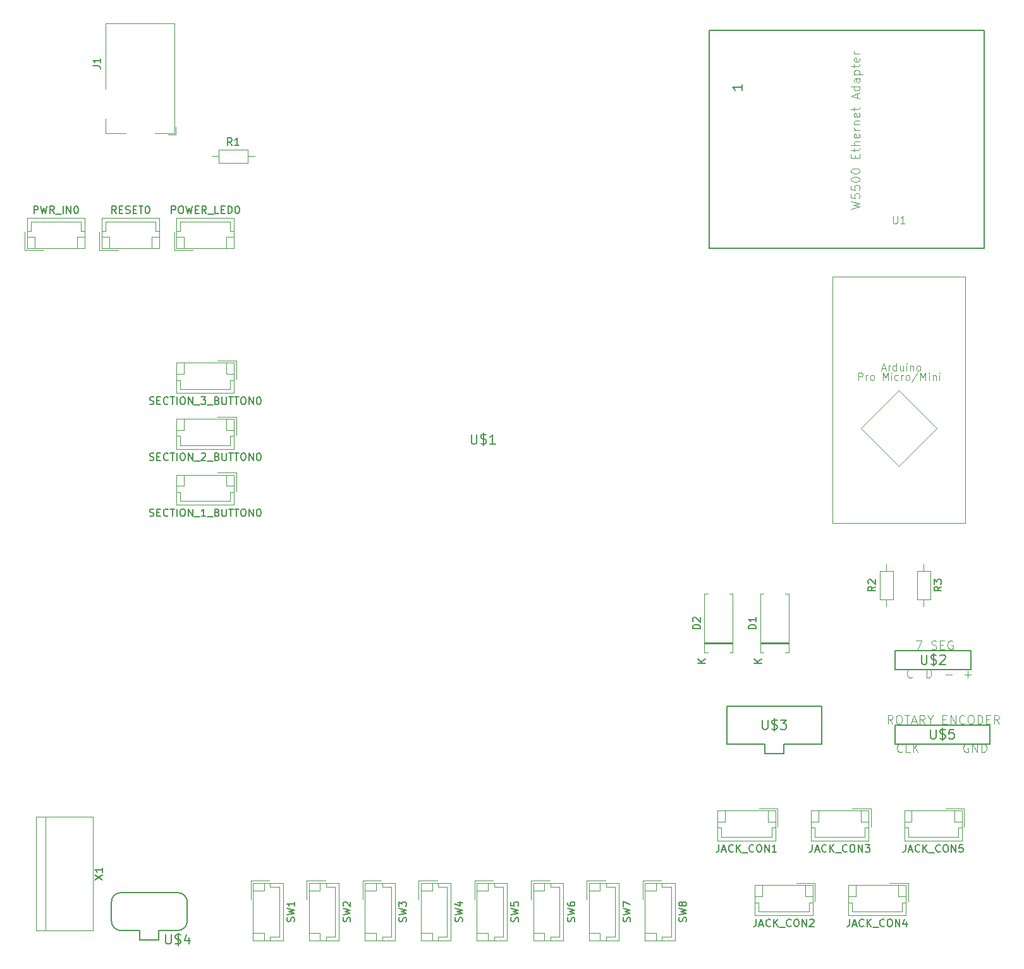
<source format=gbr>
%TF.GenerationSoftware,KiCad,Pcbnew,8.0.4*%
%TF.CreationDate,2024-09-16T22:19:33-06:00*%
%TF.ProjectId,main V3b,6d61696e-2056-4336-922e-6b696361645f,rev?*%
%TF.SameCoordinates,Original*%
%TF.FileFunction,Legend,Top*%
%TF.FilePolarity,Positive*%
%FSLAX46Y46*%
G04 Gerber Fmt 4.6, Leading zero omitted, Abs format (unit mm)*
G04 Created by KiCad (PCBNEW 8.0.4) date 2024-09-16 22:19:33*
%MOMM*%
%LPD*%
G01*
G04 APERTURE LIST*
%ADD10C,0.150000*%
%ADD11C,0.101600*%
%ADD12C,0.100000*%
%ADD13C,0.127000*%
%ADD14C,0.120000*%
G04 APERTURE END LIST*
D10*
X187197618Y-124309726D02*
X187197618Y-125337821D01*
X187197618Y-125337821D02*
X187258095Y-125458773D01*
X187258095Y-125458773D02*
X187318571Y-125519250D01*
X187318571Y-125519250D02*
X187439523Y-125579726D01*
X187439523Y-125579726D02*
X187681428Y-125579726D01*
X187681428Y-125579726D02*
X187802380Y-125519250D01*
X187802380Y-125519250D02*
X187862857Y-125458773D01*
X187862857Y-125458773D02*
X187923333Y-125337821D01*
X187923333Y-125337821D02*
X187923333Y-124309726D01*
X188467618Y-125519250D02*
X188649047Y-125579726D01*
X188649047Y-125579726D02*
X188951428Y-125579726D01*
X188951428Y-125579726D02*
X189072380Y-125519250D01*
X189072380Y-125519250D02*
X189132856Y-125458773D01*
X189132856Y-125458773D02*
X189193333Y-125337821D01*
X189193333Y-125337821D02*
X189193333Y-125216869D01*
X189193333Y-125216869D02*
X189132856Y-125095916D01*
X189132856Y-125095916D02*
X189072380Y-125035440D01*
X189072380Y-125035440D02*
X188951428Y-124974964D01*
X188951428Y-124974964D02*
X188709523Y-124914488D01*
X188709523Y-124914488D02*
X188588571Y-124854011D01*
X188588571Y-124854011D02*
X188528094Y-124793535D01*
X188528094Y-124793535D02*
X188467618Y-124672583D01*
X188467618Y-124672583D02*
X188467618Y-124551630D01*
X188467618Y-124551630D02*
X188528094Y-124430678D01*
X188528094Y-124430678D02*
X188588571Y-124370202D01*
X188588571Y-124370202D02*
X188709523Y-124309726D01*
X188709523Y-124309726D02*
X189011904Y-124309726D01*
X189011904Y-124309726D02*
X189193333Y-124370202D01*
X188830475Y-124128297D02*
X188830475Y-125761154D01*
X189677142Y-124430678D02*
X189737618Y-124370202D01*
X189737618Y-124370202D02*
X189858571Y-124309726D01*
X189858571Y-124309726D02*
X190160952Y-124309726D01*
X190160952Y-124309726D02*
X190281904Y-124370202D01*
X190281904Y-124370202D02*
X190342380Y-124430678D01*
X190342380Y-124430678D02*
X190402857Y-124551630D01*
X190402857Y-124551630D02*
X190402857Y-124672583D01*
X190402857Y-124672583D02*
X190342380Y-124854011D01*
X190342380Y-124854011D02*
X189616666Y-125579726D01*
X189616666Y-125579726D02*
X190402857Y-125579726D01*
D11*
X186463756Y-122413326D02*
X187242689Y-122413326D01*
X187242689Y-122413326D02*
X186741946Y-123581726D01*
X188522366Y-123526088D02*
X188689280Y-123581726D01*
X188689280Y-123581726D02*
X188967471Y-123581726D01*
X188967471Y-123581726D02*
X189078747Y-123526088D01*
X189078747Y-123526088D02*
X189134385Y-123470449D01*
X189134385Y-123470449D02*
X189190023Y-123359173D01*
X189190023Y-123359173D02*
X189190023Y-123247897D01*
X189190023Y-123247897D02*
X189134385Y-123136621D01*
X189134385Y-123136621D02*
X189078747Y-123080983D01*
X189078747Y-123080983D02*
X188967471Y-123025345D01*
X188967471Y-123025345D02*
X188744918Y-122969707D01*
X188744918Y-122969707D02*
X188633642Y-122914068D01*
X188633642Y-122914068D02*
X188578004Y-122858430D01*
X188578004Y-122858430D02*
X188522366Y-122747154D01*
X188522366Y-122747154D02*
X188522366Y-122635878D01*
X188522366Y-122635878D02*
X188578004Y-122524602D01*
X188578004Y-122524602D02*
X188633642Y-122468964D01*
X188633642Y-122468964D02*
X188744918Y-122413326D01*
X188744918Y-122413326D02*
X189023109Y-122413326D01*
X189023109Y-122413326D02*
X189190023Y-122468964D01*
X189690766Y-122969707D02*
X190080233Y-122969707D01*
X190247147Y-123581726D02*
X189690766Y-123581726D01*
X189690766Y-123581726D02*
X189690766Y-122413326D01*
X189690766Y-122413326D02*
X190247147Y-122413326D01*
X191359909Y-122468964D02*
X191248633Y-122413326D01*
X191248633Y-122413326D02*
X191081719Y-122413326D01*
X191081719Y-122413326D02*
X190914804Y-122468964D01*
X190914804Y-122468964D02*
X190803528Y-122580240D01*
X190803528Y-122580240D02*
X190747890Y-122691516D01*
X190747890Y-122691516D02*
X190692252Y-122914068D01*
X190692252Y-122914068D02*
X190692252Y-123080983D01*
X190692252Y-123080983D02*
X190747890Y-123303535D01*
X190747890Y-123303535D02*
X190803528Y-123414811D01*
X190803528Y-123414811D02*
X190914804Y-123526088D01*
X190914804Y-123526088D02*
X191081719Y-123581726D01*
X191081719Y-123581726D02*
X191192995Y-123581726D01*
X191192995Y-123581726D02*
X191359909Y-123526088D01*
X191359909Y-123526088D02*
X191415547Y-123470449D01*
X191415547Y-123470449D02*
X191415547Y-123080983D01*
X191415547Y-123080983D02*
X191192995Y-123080983D01*
X190385032Y-126946621D02*
X191275242Y-126946621D01*
X192925032Y-126946621D02*
X193815242Y-126946621D01*
X193370137Y-127391726D02*
X193370137Y-126501516D01*
X187845032Y-127391726D02*
X187845032Y-126223326D01*
X187845032Y-126223326D02*
X188123222Y-126223326D01*
X188123222Y-126223326D02*
X188290137Y-126278964D01*
X188290137Y-126278964D02*
X188401413Y-126390240D01*
X188401413Y-126390240D02*
X188457051Y-126501516D01*
X188457051Y-126501516D02*
X188512689Y-126724068D01*
X188512689Y-126724068D02*
X188512689Y-126890983D01*
X188512689Y-126890983D02*
X188457051Y-127113535D01*
X188457051Y-127113535D02*
X188401413Y-127224811D01*
X188401413Y-127224811D02*
X188290137Y-127336088D01*
X188290137Y-127336088D02*
X188123222Y-127391726D01*
X188123222Y-127391726D02*
X187845032Y-127391726D01*
X185972689Y-127280449D02*
X185917051Y-127336088D01*
X185917051Y-127336088D02*
X185750137Y-127391726D01*
X185750137Y-127391726D02*
X185638861Y-127391726D01*
X185638861Y-127391726D02*
X185471946Y-127336088D01*
X185471946Y-127336088D02*
X185360670Y-127224811D01*
X185360670Y-127224811D02*
X185305032Y-127113535D01*
X185305032Y-127113535D02*
X185249394Y-126890983D01*
X185249394Y-126890983D02*
X185249394Y-126724068D01*
X185249394Y-126724068D02*
X185305032Y-126501516D01*
X185305032Y-126501516D02*
X185360670Y-126390240D01*
X185360670Y-126390240D02*
X185471946Y-126278964D01*
X185471946Y-126278964D02*
X185638861Y-126223326D01*
X185638861Y-126223326D02*
X185750137Y-126223326D01*
X185750137Y-126223326D02*
X185917051Y-126278964D01*
X185917051Y-126278964D02*
X185972689Y-126334602D01*
D10*
X76204819Y-45383333D02*
X76919104Y-45383333D01*
X76919104Y-45383333D02*
X77061961Y-45430952D01*
X77061961Y-45430952D02*
X77157200Y-45526190D01*
X77157200Y-45526190D02*
X77204819Y-45669047D01*
X77204819Y-45669047D02*
X77204819Y-45764285D01*
X77204819Y-44383333D02*
X77204819Y-44954761D01*
X77204819Y-44669047D02*
X76204819Y-44669047D01*
X76204819Y-44669047D02*
X76347676Y-44764285D01*
X76347676Y-44764285D02*
X76442914Y-44859523D01*
X76442914Y-44859523D02*
X76490533Y-44954761D01*
X140707200Y-160083332D02*
X140754819Y-159940475D01*
X140754819Y-159940475D02*
X140754819Y-159702380D01*
X140754819Y-159702380D02*
X140707200Y-159607142D01*
X140707200Y-159607142D02*
X140659580Y-159559523D01*
X140659580Y-159559523D02*
X140564342Y-159511904D01*
X140564342Y-159511904D02*
X140469104Y-159511904D01*
X140469104Y-159511904D02*
X140373866Y-159559523D01*
X140373866Y-159559523D02*
X140326247Y-159607142D01*
X140326247Y-159607142D02*
X140278628Y-159702380D01*
X140278628Y-159702380D02*
X140231009Y-159892856D01*
X140231009Y-159892856D02*
X140183390Y-159988094D01*
X140183390Y-159988094D02*
X140135771Y-160035713D01*
X140135771Y-160035713D02*
X140040533Y-160083332D01*
X140040533Y-160083332D02*
X139945295Y-160083332D01*
X139945295Y-160083332D02*
X139850057Y-160035713D01*
X139850057Y-160035713D02*
X139802438Y-159988094D01*
X139802438Y-159988094D02*
X139754819Y-159892856D01*
X139754819Y-159892856D02*
X139754819Y-159654761D01*
X139754819Y-159654761D02*
X139802438Y-159511904D01*
X139754819Y-159178570D02*
X140754819Y-158940475D01*
X140754819Y-158940475D02*
X140040533Y-158749999D01*
X140040533Y-158749999D02*
X140754819Y-158559523D01*
X140754819Y-158559523D02*
X139754819Y-158321428D01*
X139754819Y-157511904D02*
X139754819Y-157702380D01*
X139754819Y-157702380D02*
X139802438Y-157797618D01*
X139802438Y-157797618D02*
X139850057Y-157845237D01*
X139850057Y-157845237D02*
X139992914Y-157940475D01*
X139992914Y-157940475D02*
X140183390Y-157988094D01*
X140183390Y-157988094D02*
X140564342Y-157988094D01*
X140564342Y-157988094D02*
X140659580Y-157940475D01*
X140659580Y-157940475D02*
X140707200Y-157892856D01*
X140707200Y-157892856D02*
X140754819Y-157797618D01*
X140754819Y-157797618D02*
X140754819Y-157607142D01*
X140754819Y-157607142D02*
X140707200Y-157511904D01*
X140707200Y-157511904D02*
X140659580Y-157464285D01*
X140659580Y-157464285D02*
X140564342Y-157416666D01*
X140564342Y-157416666D02*
X140326247Y-157416666D01*
X140326247Y-157416666D02*
X140231009Y-157464285D01*
X140231009Y-157464285D02*
X140183390Y-157511904D01*
X140183390Y-157511904D02*
X140135771Y-157607142D01*
X140135771Y-157607142D02*
X140135771Y-157797618D01*
X140135771Y-157797618D02*
X140183390Y-157892856D01*
X140183390Y-157892856D02*
X140231009Y-157940475D01*
X140231009Y-157940475D02*
X140326247Y-157988094D01*
X125657200Y-160083332D02*
X125704819Y-159940475D01*
X125704819Y-159940475D02*
X125704819Y-159702380D01*
X125704819Y-159702380D02*
X125657200Y-159607142D01*
X125657200Y-159607142D02*
X125609580Y-159559523D01*
X125609580Y-159559523D02*
X125514342Y-159511904D01*
X125514342Y-159511904D02*
X125419104Y-159511904D01*
X125419104Y-159511904D02*
X125323866Y-159559523D01*
X125323866Y-159559523D02*
X125276247Y-159607142D01*
X125276247Y-159607142D02*
X125228628Y-159702380D01*
X125228628Y-159702380D02*
X125181009Y-159892856D01*
X125181009Y-159892856D02*
X125133390Y-159988094D01*
X125133390Y-159988094D02*
X125085771Y-160035713D01*
X125085771Y-160035713D02*
X124990533Y-160083332D01*
X124990533Y-160083332D02*
X124895295Y-160083332D01*
X124895295Y-160083332D02*
X124800057Y-160035713D01*
X124800057Y-160035713D02*
X124752438Y-159988094D01*
X124752438Y-159988094D02*
X124704819Y-159892856D01*
X124704819Y-159892856D02*
X124704819Y-159654761D01*
X124704819Y-159654761D02*
X124752438Y-159511904D01*
X124704819Y-159178570D02*
X125704819Y-158940475D01*
X125704819Y-158940475D02*
X124990533Y-158749999D01*
X124990533Y-158749999D02*
X125704819Y-158559523D01*
X125704819Y-158559523D02*
X124704819Y-158321428D01*
X125038152Y-157511904D02*
X125704819Y-157511904D01*
X124657200Y-157749999D02*
X125371485Y-157988094D01*
X125371485Y-157988094D02*
X125371485Y-157369047D01*
X103157200Y-160083332D02*
X103204819Y-159940475D01*
X103204819Y-159940475D02*
X103204819Y-159702380D01*
X103204819Y-159702380D02*
X103157200Y-159607142D01*
X103157200Y-159607142D02*
X103109580Y-159559523D01*
X103109580Y-159559523D02*
X103014342Y-159511904D01*
X103014342Y-159511904D02*
X102919104Y-159511904D01*
X102919104Y-159511904D02*
X102823866Y-159559523D01*
X102823866Y-159559523D02*
X102776247Y-159607142D01*
X102776247Y-159607142D02*
X102728628Y-159702380D01*
X102728628Y-159702380D02*
X102681009Y-159892856D01*
X102681009Y-159892856D02*
X102633390Y-159988094D01*
X102633390Y-159988094D02*
X102585771Y-160035713D01*
X102585771Y-160035713D02*
X102490533Y-160083332D01*
X102490533Y-160083332D02*
X102395295Y-160083332D01*
X102395295Y-160083332D02*
X102300057Y-160035713D01*
X102300057Y-160035713D02*
X102252438Y-159988094D01*
X102252438Y-159988094D02*
X102204819Y-159892856D01*
X102204819Y-159892856D02*
X102204819Y-159654761D01*
X102204819Y-159654761D02*
X102252438Y-159511904D01*
X102204819Y-159178570D02*
X103204819Y-158940475D01*
X103204819Y-158940475D02*
X102490533Y-158749999D01*
X102490533Y-158749999D02*
X103204819Y-158559523D01*
X103204819Y-158559523D02*
X102204819Y-158321428D01*
X103204819Y-157416666D02*
X103204819Y-157988094D01*
X103204819Y-157702380D02*
X102204819Y-157702380D01*
X102204819Y-157702380D02*
X102347676Y-157797618D01*
X102347676Y-157797618D02*
X102442914Y-157892856D01*
X102442914Y-157892856D02*
X102490533Y-157988094D01*
X181034819Y-115166666D02*
X180558628Y-115499999D01*
X181034819Y-115738094D02*
X180034819Y-115738094D01*
X180034819Y-115738094D02*
X180034819Y-115357142D01*
X180034819Y-115357142D02*
X180082438Y-115261904D01*
X180082438Y-115261904D02*
X180130057Y-115214285D01*
X180130057Y-115214285D02*
X180225295Y-115166666D01*
X180225295Y-115166666D02*
X180368152Y-115166666D01*
X180368152Y-115166666D02*
X180463390Y-115214285D01*
X180463390Y-115214285D02*
X180511009Y-115261904D01*
X180511009Y-115261904D02*
X180558628Y-115357142D01*
X180558628Y-115357142D02*
X180558628Y-115738094D01*
X180130057Y-114785713D02*
X180082438Y-114738094D01*
X180082438Y-114738094D02*
X180034819Y-114642856D01*
X180034819Y-114642856D02*
X180034819Y-114404761D01*
X180034819Y-114404761D02*
X180082438Y-114309523D01*
X180082438Y-114309523D02*
X180130057Y-114261904D01*
X180130057Y-114261904D02*
X180225295Y-114214285D01*
X180225295Y-114214285D02*
X180320533Y-114214285D01*
X180320533Y-114214285D02*
X180463390Y-114261904D01*
X180463390Y-114261904D02*
X181034819Y-114833332D01*
X181034819Y-114833332D02*
X181034819Y-114214285D01*
X163139726Y-47897142D02*
X163139726Y-48622857D01*
X163139726Y-48260000D02*
X161869726Y-48260000D01*
X161869726Y-48260000D02*
X162051154Y-48380952D01*
X162051154Y-48380952D02*
X162172107Y-48501904D01*
X162172107Y-48501904D02*
X162232583Y-48622857D01*
D11*
X177753326Y-64536243D02*
X178921726Y-64258053D01*
X178921726Y-64258053D02*
X178087154Y-64035500D01*
X178087154Y-64035500D02*
X178921726Y-63812948D01*
X178921726Y-63812948D02*
X177753326Y-63534758D01*
X177753326Y-62533272D02*
X177753326Y-63089653D01*
X177753326Y-63089653D02*
X178309707Y-63145291D01*
X178309707Y-63145291D02*
X178254068Y-63089653D01*
X178254068Y-63089653D02*
X178198430Y-62978377D01*
X178198430Y-62978377D02*
X178198430Y-62700186D01*
X178198430Y-62700186D02*
X178254068Y-62588910D01*
X178254068Y-62588910D02*
X178309707Y-62533272D01*
X178309707Y-62533272D02*
X178420983Y-62477634D01*
X178420983Y-62477634D02*
X178699173Y-62477634D01*
X178699173Y-62477634D02*
X178810449Y-62533272D01*
X178810449Y-62533272D02*
X178866088Y-62588910D01*
X178866088Y-62588910D02*
X178921726Y-62700186D01*
X178921726Y-62700186D02*
X178921726Y-62978377D01*
X178921726Y-62978377D02*
X178866088Y-63089653D01*
X178866088Y-63089653D02*
X178810449Y-63145291D01*
X177753326Y-61420510D02*
X177753326Y-61976891D01*
X177753326Y-61976891D02*
X178309707Y-62032529D01*
X178309707Y-62032529D02*
X178254068Y-61976891D01*
X178254068Y-61976891D02*
X178198430Y-61865615D01*
X178198430Y-61865615D02*
X178198430Y-61587424D01*
X178198430Y-61587424D02*
X178254068Y-61476148D01*
X178254068Y-61476148D02*
X178309707Y-61420510D01*
X178309707Y-61420510D02*
X178420983Y-61364872D01*
X178420983Y-61364872D02*
X178699173Y-61364872D01*
X178699173Y-61364872D02*
X178810449Y-61420510D01*
X178810449Y-61420510D02*
X178866088Y-61476148D01*
X178866088Y-61476148D02*
X178921726Y-61587424D01*
X178921726Y-61587424D02*
X178921726Y-61865615D01*
X178921726Y-61865615D02*
X178866088Y-61976891D01*
X178866088Y-61976891D02*
X178810449Y-62032529D01*
X177753326Y-60641577D02*
X177753326Y-60530300D01*
X177753326Y-60530300D02*
X177808964Y-60419024D01*
X177808964Y-60419024D02*
X177864602Y-60363386D01*
X177864602Y-60363386D02*
X177975878Y-60307748D01*
X177975878Y-60307748D02*
X178198430Y-60252110D01*
X178198430Y-60252110D02*
X178476621Y-60252110D01*
X178476621Y-60252110D02*
X178699173Y-60307748D01*
X178699173Y-60307748D02*
X178810449Y-60363386D01*
X178810449Y-60363386D02*
X178866088Y-60419024D01*
X178866088Y-60419024D02*
X178921726Y-60530300D01*
X178921726Y-60530300D02*
X178921726Y-60641577D01*
X178921726Y-60641577D02*
X178866088Y-60752853D01*
X178866088Y-60752853D02*
X178810449Y-60808491D01*
X178810449Y-60808491D02*
X178699173Y-60864129D01*
X178699173Y-60864129D02*
X178476621Y-60919767D01*
X178476621Y-60919767D02*
X178198430Y-60919767D01*
X178198430Y-60919767D02*
X177975878Y-60864129D01*
X177975878Y-60864129D02*
X177864602Y-60808491D01*
X177864602Y-60808491D02*
X177808964Y-60752853D01*
X177808964Y-60752853D02*
X177753326Y-60641577D01*
X177753326Y-59528815D02*
X177753326Y-59417538D01*
X177753326Y-59417538D02*
X177808964Y-59306262D01*
X177808964Y-59306262D02*
X177864602Y-59250624D01*
X177864602Y-59250624D02*
X177975878Y-59194986D01*
X177975878Y-59194986D02*
X178198430Y-59139348D01*
X178198430Y-59139348D02*
X178476621Y-59139348D01*
X178476621Y-59139348D02*
X178699173Y-59194986D01*
X178699173Y-59194986D02*
X178810449Y-59250624D01*
X178810449Y-59250624D02*
X178866088Y-59306262D01*
X178866088Y-59306262D02*
X178921726Y-59417538D01*
X178921726Y-59417538D02*
X178921726Y-59528815D01*
X178921726Y-59528815D02*
X178866088Y-59640091D01*
X178866088Y-59640091D02*
X178810449Y-59695729D01*
X178810449Y-59695729D02*
X178699173Y-59751367D01*
X178699173Y-59751367D02*
X178476621Y-59807005D01*
X178476621Y-59807005D02*
X178198430Y-59807005D01*
X178198430Y-59807005D02*
X177975878Y-59751367D01*
X177975878Y-59751367D02*
X177864602Y-59695729D01*
X177864602Y-59695729D02*
X177808964Y-59640091D01*
X177808964Y-59640091D02*
X177753326Y-59528815D01*
X178309707Y-57748395D02*
X178309707Y-57358928D01*
X178921726Y-57192014D02*
X178921726Y-57748395D01*
X178921726Y-57748395D02*
X177753326Y-57748395D01*
X177753326Y-57748395D02*
X177753326Y-57192014D01*
X178142792Y-56858185D02*
X178142792Y-56413081D01*
X177753326Y-56691271D02*
X178754811Y-56691271D01*
X178754811Y-56691271D02*
X178866088Y-56635633D01*
X178866088Y-56635633D02*
X178921726Y-56524357D01*
X178921726Y-56524357D02*
X178921726Y-56413081D01*
X178921726Y-56023614D02*
X177753326Y-56023614D01*
X178921726Y-55522871D02*
X178309707Y-55522871D01*
X178309707Y-55522871D02*
X178198430Y-55578509D01*
X178198430Y-55578509D02*
X178142792Y-55689785D01*
X178142792Y-55689785D02*
X178142792Y-55856700D01*
X178142792Y-55856700D02*
X178198430Y-55967976D01*
X178198430Y-55967976D02*
X178254068Y-56023614D01*
X178866088Y-54521385D02*
X178921726Y-54632661D01*
X178921726Y-54632661D02*
X178921726Y-54855214D01*
X178921726Y-54855214D02*
X178866088Y-54966490D01*
X178866088Y-54966490D02*
X178754811Y-55022128D01*
X178754811Y-55022128D02*
X178309707Y-55022128D01*
X178309707Y-55022128D02*
X178198430Y-54966490D01*
X178198430Y-54966490D02*
X178142792Y-54855214D01*
X178142792Y-54855214D02*
X178142792Y-54632661D01*
X178142792Y-54632661D02*
X178198430Y-54521385D01*
X178198430Y-54521385D02*
X178309707Y-54465747D01*
X178309707Y-54465747D02*
X178420983Y-54465747D01*
X178420983Y-54465747D02*
X178532259Y-55022128D01*
X178921726Y-53965004D02*
X178142792Y-53965004D01*
X178365345Y-53965004D02*
X178254068Y-53909366D01*
X178254068Y-53909366D02*
X178198430Y-53853728D01*
X178198430Y-53853728D02*
X178142792Y-53742452D01*
X178142792Y-53742452D02*
X178142792Y-53631175D01*
X178142792Y-53241709D02*
X178921726Y-53241709D01*
X178254068Y-53241709D02*
X178198430Y-53186071D01*
X178198430Y-53186071D02*
X178142792Y-53074795D01*
X178142792Y-53074795D02*
X178142792Y-52907880D01*
X178142792Y-52907880D02*
X178198430Y-52796604D01*
X178198430Y-52796604D02*
X178309707Y-52740966D01*
X178309707Y-52740966D02*
X178921726Y-52740966D01*
X178866088Y-51739480D02*
X178921726Y-51850756D01*
X178921726Y-51850756D02*
X178921726Y-52073309D01*
X178921726Y-52073309D02*
X178866088Y-52184585D01*
X178866088Y-52184585D02*
X178754811Y-52240223D01*
X178754811Y-52240223D02*
X178309707Y-52240223D01*
X178309707Y-52240223D02*
X178198430Y-52184585D01*
X178198430Y-52184585D02*
X178142792Y-52073309D01*
X178142792Y-52073309D02*
X178142792Y-51850756D01*
X178142792Y-51850756D02*
X178198430Y-51739480D01*
X178198430Y-51739480D02*
X178309707Y-51683842D01*
X178309707Y-51683842D02*
X178420983Y-51683842D01*
X178420983Y-51683842D02*
X178532259Y-52240223D01*
X178142792Y-51350013D02*
X178142792Y-50904909D01*
X177753326Y-51183099D02*
X178754811Y-51183099D01*
X178754811Y-51183099D02*
X178866088Y-51127461D01*
X178866088Y-51127461D02*
X178921726Y-51016185D01*
X178921726Y-51016185D02*
X178921726Y-50904909D01*
X178587897Y-49680870D02*
X178587897Y-49124489D01*
X178921726Y-49792146D02*
X177753326Y-49402680D01*
X177753326Y-49402680D02*
X178921726Y-49013213D01*
X178921726Y-48123003D02*
X177753326Y-48123003D01*
X178866088Y-48123003D02*
X178921726Y-48234279D01*
X178921726Y-48234279D02*
X178921726Y-48456832D01*
X178921726Y-48456832D02*
X178866088Y-48568108D01*
X178866088Y-48568108D02*
X178810449Y-48623746D01*
X178810449Y-48623746D02*
X178699173Y-48679384D01*
X178699173Y-48679384D02*
X178365345Y-48679384D01*
X178365345Y-48679384D02*
X178254068Y-48623746D01*
X178254068Y-48623746D02*
X178198430Y-48568108D01*
X178198430Y-48568108D02*
X178142792Y-48456832D01*
X178142792Y-48456832D02*
X178142792Y-48234279D01*
X178142792Y-48234279D02*
X178198430Y-48123003D01*
X178921726Y-47065879D02*
X178309707Y-47065879D01*
X178309707Y-47065879D02*
X178198430Y-47121517D01*
X178198430Y-47121517D02*
X178142792Y-47232793D01*
X178142792Y-47232793D02*
X178142792Y-47455346D01*
X178142792Y-47455346D02*
X178198430Y-47566622D01*
X178866088Y-47065879D02*
X178921726Y-47177155D01*
X178921726Y-47177155D02*
X178921726Y-47455346D01*
X178921726Y-47455346D02*
X178866088Y-47566622D01*
X178866088Y-47566622D02*
X178754811Y-47622260D01*
X178754811Y-47622260D02*
X178643535Y-47622260D01*
X178643535Y-47622260D02*
X178532259Y-47566622D01*
X178532259Y-47566622D02*
X178476621Y-47455346D01*
X178476621Y-47455346D02*
X178476621Y-47177155D01*
X178476621Y-47177155D02*
X178420983Y-47065879D01*
X178142792Y-46509498D02*
X179311192Y-46509498D01*
X178198430Y-46509498D02*
X178142792Y-46398222D01*
X178142792Y-46398222D02*
X178142792Y-46175669D01*
X178142792Y-46175669D02*
X178198430Y-46064393D01*
X178198430Y-46064393D02*
X178254068Y-46008755D01*
X178254068Y-46008755D02*
X178365345Y-45953117D01*
X178365345Y-45953117D02*
X178699173Y-45953117D01*
X178699173Y-45953117D02*
X178810449Y-46008755D01*
X178810449Y-46008755D02*
X178866088Y-46064393D01*
X178866088Y-46064393D02*
X178921726Y-46175669D01*
X178921726Y-46175669D02*
X178921726Y-46398222D01*
X178921726Y-46398222D02*
X178866088Y-46509498D01*
X178142792Y-45619288D02*
X178142792Y-45174184D01*
X177753326Y-45452374D02*
X178754811Y-45452374D01*
X178754811Y-45452374D02*
X178866088Y-45396736D01*
X178866088Y-45396736D02*
X178921726Y-45285460D01*
X178921726Y-45285460D02*
X178921726Y-45174184D01*
X178866088Y-44339612D02*
X178921726Y-44450888D01*
X178921726Y-44450888D02*
X178921726Y-44673441D01*
X178921726Y-44673441D02*
X178866088Y-44784717D01*
X178866088Y-44784717D02*
X178754811Y-44840355D01*
X178754811Y-44840355D02*
X178309707Y-44840355D01*
X178309707Y-44840355D02*
X178198430Y-44784717D01*
X178198430Y-44784717D02*
X178142792Y-44673441D01*
X178142792Y-44673441D02*
X178142792Y-44450888D01*
X178142792Y-44450888D02*
X178198430Y-44339612D01*
X178198430Y-44339612D02*
X178309707Y-44283974D01*
X178309707Y-44283974D02*
X178420983Y-44283974D01*
X178420983Y-44283974D02*
X178532259Y-44840355D01*
X178921726Y-43783231D02*
X178142792Y-43783231D01*
X178365345Y-43783231D02*
X178254068Y-43727593D01*
X178254068Y-43727593D02*
X178198430Y-43671955D01*
X178198430Y-43671955D02*
X178142792Y-43560679D01*
X178142792Y-43560679D02*
X178142792Y-43449402D01*
D10*
X86726190Y-65154819D02*
X86726190Y-64154819D01*
X86726190Y-64154819D02*
X87107142Y-64154819D01*
X87107142Y-64154819D02*
X87202380Y-64202438D01*
X87202380Y-64202438D02*
X87249999Y-64250057D01*
X87249999Y-64250057D02*
X87297618Y-64345295D01*
X87297618Y-64345295D02*
X87297618Y-64488152D01*
X87297618Y-64488152D02*
X87249999Y-64583390D01*
X87249999Y-64583390D02*
X87202380Y-64631009D01*
X87202380Y-64631009D02*
X87107142Y-64678628D01*
X87107142Y-64678628D02*
X86726190Y-64678628D01*
X87916666Y-64154819D02*
X88107142Y-64154819D01*
X88107142Y-64154819D02*
X88202380Y-64202438D01*
X88202380Y-64202438D02*
X88297618Y-64297676D01*
X88297618Y-64297676D02*
X88345237Y-64488152D01*
X88345237Y-64488152D02*
X88345237Y-64821485D01*
X88345237Y-64821485D02*
X88297618Y-65011961D01*
X88297618Y-65011961D02*
X88202380Y-65107200D01*
X88202380Y-65107200D02*
X88107142Y-65154819D01*
X88107142Y-65154819D02*
X87916666Y-65154819D01*
X87916666Y-65154819D02*
X87821428Y-65107200D01*
X87821428Y-65107200D02*
X87726190Y-65011961D01*
X87726190Y-65011961D02*
X87678571Y-64821485D01*
X87678571Y-64821485D02*
X87678571Y-64488152D01*
X87678571Y-64488152D02*
X87726190Y-64297676D01*
X87726190Y-64297676D02*
X87821428Y-64202438D01*
X87821428Y-64202438D02*
X87916666Y-64154819D01*
X88678571Y-64154819D02*
X88916666Y-65154819D01*
X88916666Y-65154819D02*
X89107142Y-64440533D01*
X89107142Y-64440533D02*
X89297618Y-65154819D01*
X89297618Y-65154819D02*
X89535714Y-64154819D01*
X89916666Y-64631009D02*
X90249999Y-64631009D01*
X90392856Y-65154819D02*
X89916666Y-65154819D01*
X89916666Y-65154819D02*
X89916666Y-64154819D01*
X89916666Y-64154819D02*
X90392856Y-64154819D01*
X91392856Y-65154819D02*
X91059523Y-64678628D01*
X90821428Y-65154819D02*
X90821428Y-64154819D01*
X90821428Y-64154819D02*
X91202380Y-64154819D01*
X91202380Y-64154819D02*
X91297618Y-64202438D01*
X91297618Y-64202438D02*
X91345237Y-64250057D01*
X91345237Y-64250057D02*
X91392856Y-64345295D01*
X91392856Y-64345295D02*
X91392856Y-64488152D01*
X91392856Y-64488152D02*
X91345237Y-64583390D01*
X91345237Y-64583390D02*
X91297618Y-64631009D01*
X91297618Y-64631009D02*
X91202380Y-64678628D01*
X91202380Y-64678628D02*
X90821428Y-64678628D01*
X91583333Y-65250057D02*
X92345237Y-65250057D01*
X93059523Y-65154819D02*
X92583333Y-65154819D01*
X92583333Y-65154819D02*
X92583333Y-64154819D01*
X93392857Y-64631009D02*
X93726190Y-64631009D01*
X93869047Y-65154819D02*
X93392857Y-65154819D01*
X93392857Y-65154819D02*
X93392857Y-64154819D01*
X93392857Y-64154819D02*
X93869047Y-64154819D01*
X94297619Y-65154819D02*
X94297619Y-64154819D01*
X94297619Y-64154819D02*
X94535714Y-64154819D01*
X94535714Y-64154819D02*
X94678571Y-64202438D01*
X94678571Y-64202438D02*
X94773809Y-64297676D01*
X94773809Y-64297676D02*
X94821428Y-64392914D01*
X94821428Y-64392914D02*
X94869047Y-64583390D01*
X94869047Y-64583390D02*
X94869047Y-64726247D01*
X94869047Y-64726247D02*
X94821428Y-64916723D01*
X94821428Y-64916723D02*
X94773809Y-65011961D01*
X94773809Y-65011961D02*
X94678571Y-65107200D01*
X94678571Y-65107200D02*
X94535714Y-65154819D01*
X94535714Y-65154819D02*
X94297619Y-65154819D01*
X95488095Y-64154819D02*
X95583333Y-64154819D01*
X95583333Y-64154819D02*
X95678571Y-64202438D01*
X95678571Y-64202438D02*
X95726190Y-64250057D01*
X95726190Y-64250057D02*
X95773809Y-64345295D01*
X95773809Y-64345295D02*
X95821428Y-64535771D01*
X95821428Y-64535771D02*
X95821428Y-64773866D01*
X95821428Y-64773866D02*
X95773809Y-64964342D01*
X95773809Y-64964342D02*
X95726190Y-65059580D01*
X95726190Y-65059580D02*
X95678571Y-65107200D01*
X95678571Y-65107200D02*
X95583333Y-65154819D01*
X95583333Y-65154819D02*
X95488095Y-65154819D01*
X95488095Y-65154819D02*
X95392857Y-65107200D01*
X95392857Y-65107200D02*
X95345238Y-65059580D01*
X95345238Y-65059580D02*
X95297619Y-64964342D01*
X95297619Y-64964342D02*
X95250000Y-64773866D01*
X95250000Y-64773866D02*
X95250000Y-64535771D01*
X95250000Y-64535771D02*
X95297619Y-64345295D01*
X95297619Y-64345295D02*
X95345238Y-64250057D01*
X95345238Y-64250057D02*
X95392857Y-64202438D01*
X95392857Y-64202438D02*
X95488095Y-64154819D01*
X172559523Y-149754819D02*
X172559523Y-150469104D01*
X172559523Y-150469104D02*
X172511904Y-150611961D01*
X172511904Y-150611961D02*
X172416666Y-150707200D01*
X172416666Y-150707200D02*
X172273809Y-150754819D01*
X172273809Y-150754819D02*
X172178571Y-150754819D01*
X172988095Y-150469104D02*
X173464285Y-150469104D01*
X172892857Y-150754819D02*
X173226190Y-149754819D01*
X173226190Y-149754819D02*
X173559523Y-150754819D01*
X174464285Y-150659580D02*
X174416666Y-150707200D01*
X174416666Y-150707200D02*
X174273809Y-150754819D01*
X174273809Y-150754819D02*
X174178571Y-150754819D01*
X174178571Y-150754819D02*
X174035714Y-150707200D01*
X174035714Y-150707200D02*
X173940476Y-150611961D01*
X173940476Y-150611961D02*
X173892857Y-150516723D01*
X173892857Y-150516723D02*
X173845238Y-150326247D01*
X173845238Y-150326247D02*
X173845238Y-150183390D01*
X173845238Y-150183390D02*
X173892857Y-149992914D01*
X173892857Y-149992914D02*
X173940476Y-149897676D01*
X173940476Y-149897676D02*
X174035714Y-149802438D01*
X174035714Y-149802438D02*
X174178571Y-149754819D01*
X174178571Y-149754819D02*
X174273809Y-149754819D01*
X174273809Y-149754819D02*
X174416666Y-149802438D01*
X174416666Y-149802438D02*
X174464285Y-149850057D01*
X174892857Y-150754819D02*
X174892857Y-149754819D01*
X175464285Y-150754819D02*
X175035714Y-150183390D01*
X175464285Y-149754819D02*
X174892857Y-150326247D01*
X175654762Y-150850057D02*
X176416666Y-150850057D01*
X177226190Y-150659580D02*
X177178571Y-150707200D01*
X177178571Y-150707200D02*
X177035714Y-150754819D01*
X177035714Y-150754819D02*
X176940476Y-150754819D01*
X176940476Y-150754819D02*
X176797619Y-150707200D01*
X176797619Y-150707200D02*
X176702381Y-150611961D01*
X176702381Y-150611961D02*
X176654762Y-150516723D01*
X176654762Y-150516723D02*
X176607143Y-150326247D01*
X176607143Y-150326247D02*
X176607143Y-150183390D01*
X176607143Y-150183390D02*
X176654762Y-149992914D01*
X176654762Y-149992914D02*
X176702381Y-149897676D01*
X176702381Y-149897676D02*
X176797619Y-149802438D01*
X176797619Y-149802438D02*
X176940476Y-149754819D01*
X176940476Y-149754819D02*
X177035714Y-149754819D01*
X177035714Y-149754819D02*
X177178571Y-149802438D01*
X177178571Y-149802438D02*
X177226190Y-149850057D01*
X177845238Y-149754819D02*
X178035714Y-149754819D01*
X178035714Y-149754819D02*
X178130952Y-149802438D01*
X178130952Y-149802438D02*
X178226190Y-149897676D01*
X178226190Y-149897676D02*
X178273809Y-150088152D01*
X178273809Y-150088152D02*
X178273809Y-150421485D01*
X178273809Y-150421485D02*
X178226190Y-150611961D01*
X178226190Y-150611961D02*
X178130952Y-150707200D01*
X178130952Y-150707200D02*
X178035714Y-150754819D01*
X178035714Y-150754819D02*
X177845238Y-150754819D01*
X177845238Y-150754819D02*
X177750000Y-150707200D01*
X177750000Y-150707200D02*
X177654762Y-150611961D01*
X177654762Y-150611961D02*
X177607143Y-150421485D01*
X177607143Y-150421485D02*
X177607143Y-150088152D01*
X177607143Y-150088152D02*
X177654762Y-149897676D01*
X177654762Y-149897676D02*
X177750000Y-149802438D01*
X177750000Y-149802438D02*
X177845238Y-149754819D01*
X178702381Y-150754819D02*
X178702381Y-149754819D01*
X178702381Y-149754819D02*
X179273809Y-150754819D01*
X179273809Y-150754819D02*
X179273809Y-149754819D01*
X179654762Y-149754819D02*
X180273809Y-149754819D01*
X180273809Y-149754819D02*
X179940476Y-150135771D01*
X179940476Y-150135771D02*
X180083333Y-150135771D01*
X180083333Y-150135771D02*
X180178571Y-150183390D01*
X180178571Y-150183390D02*
X180226190Y-150231009D01*
X180226190Y-150231009D02*
X180273809Y-150326247D01*
X180273809Y-150326247D02*
X180273809Y-150564342D01*
X180273809Y-150564342D02*
X180226190Y-150659580D01*
X180226190Y-150659580D02*
X180178571Y-150707200D01*
X180178571Y-150707200D02*
X180083333Y-150754819D01*
X180083333Y-150754819D02*
X179797619Y-150754819D01*
X179797619Y-150754819D02*
X179702381Y-150707200D01*
X179702381Y-150707200D02*
X179654762Y-150659580D01*
X160059523Y-149754819D02*
X160059523Y-150469104D01*
X160059523Y-150469104D02*
X160011904Y-150611961D01*
X160011904Y-150611961D02*
X159916666Y-150707200D01*
X159916666Y-150707200D02*
X159773809Y-150754819D01*
X159773809Y-150754819D02*
X159678571Y-150754819D01*
X160488095Y-150469104D02*
X160964285Y-150469104D01*
X160392857Y-150754819D02*
X160726190Y-149754819D01*
X160726190Y-149754819D02*
X161059523Y-150754819D01*
X161964285Y-150659580D02*
X161916666Y-150707200D01*
X161916666Y-150707200D02*
X161773809Y-150754819D01*
X161773809Y-150754819D02*
X161678571Y-150754819D01*
X161678571Y-150754819D02*
X161535714Y-150707200D01*
X161535714Y-150707200D02*
X161440476Y-150611961D01*
X161440476Y-150611961D02*
X161392857Y-150516723D01*
X161392857Y-150516723D02*
X161345238Y-150326247D01*
X161345238Y-150326247D02*
X161345238Y-150183390D01*
X161345238Y-150183390D02*
X161392857Y-149992914D01*
X161392857Y-149992914D02*
X161440476Y-149897676D01*
X161440476Y-149897676D02*
X161535714Y-149802438D01*
X161535714Y-149802438D02*
X161678571Y-149754819D01*
X161678571Y-149754819D02*
X161773809Y-149754819D01*
X161773809Y-149754819D02*
X161916666Y-149802438D01*
X161916666Y-149802438D02*
X161964285Y-149850057D01*
X162392857Y-150754819D02*
X162392857Y-149754819D01*
X162964285Y-150754819D02*
X162535714Y-150183390D01*
X162964285Y-149754819D02*
X162392857Y-150326247D01*
X163154762Y-150850057D02*
X163916666Y-150850057D01*
X164726190Y-150659580D02*
X164678571Y-150707200D01*
X164678571Y-150707200D02*
X164535714Y-150754819D01*
X164535714Y-150754819D02*
X164440476Y-150754819D01*
X164440476Y-150754819D02*
X164297619Y-150707200D01*
X164297619Y-150707200D02*
X164202381Y-150611961D01*
X164202381Y-150611961D02*
X164154762Y-150516723D01*
X164154762Y-150516723D02*
X164107143Y-150326247D01*
X164107143Y-150326247D02*
X164107143Y-150183390D01*
X164107143Y-150183390D02*
X164154762Y-149992914D01*
X164154762Y-149992914D02*
X164202381Y-149897676D01*
X164202381Y-149897676D02*
X164297619Y-149802438D01*
X164297619Y-149802438D02*
X164440476Y-149754819D01*
X164440476Y-149754819D02*
X164535714Y-149754819D01*
X164535714Y-149754819D02*
X164678571Y-149802438D01*
X164678571Y-149802438D02*
X164726190Y-149850057D01*
X165345238Y-149754819D02*
X165535714Y-149754819D01*
X165535714Y-149754819D02*
X165630952Y-149802438D01*
X165630952Y-149802438D02*
X165726190Y-149897676D01*
X165726190Y-149897676D02*
X165773809Y-150088152D01*
X165773809Y-150088152D02*
X165773809Y-150421485D01*
X165773809Y-150421485D02*
X165726190Y-150611961D01*
X165726190Y-150611961D02*
X165630952Y-150707200D01*
X165630952Y-150707200D02*
X165535714Y-150754819D01*
X165535714Y-150754819D02*
X165345238Y-150754819D01*
X165345238Y-150754819D02*
X165250000Y-150707200D01*
X165250000Y-150707200D02*
X165154762Y-150611961D01*
X165154762Y-150611961D02*
X165107143Y-150421485D01*
X165107143Y-150421485D02*
X165107143Y-150088152D01*
X165107143Y-150088152D02*
X165154762Y-149897676D01*
X165154762Y-149897676D02*
X165250000Y-149802438D01*
X165250000Y-149802438D02*
X165345238Y-149754819D01*
X166202381Y-150754819D02*
X166202381Y-149754819D01*
X166202381Y-149754819D02*
X166773809Y-150754819D01*
X166773809Y-150754819D02*
X166773809Y-149754819D01*
X167773809Y-150754819D02*
X167202381Y-150754819D01*
X167488095Y-150754819D02*
X167488095Y-149754819D01*
X167488095Y-149754819D02*
X167392857Y-149897676D01*
X167392857Y-149897676D02*
X167297619Y-149992914D01*
X167297619Y-149992914D02*
X167202381Y-150040533D01*
X165887618Y-133039726D02*
X165887618Y-134067821D01*
X165887618Y-134067821D02*
X165948095Y-134188773D01*
X165948095Y-134188773D02*
X166008571Y-134249250D01*
X166008571Y-134249250D02*
X166129523Y-134309726D01*
X166129523Y-134309726D02*
X166371428Y-134309726D01*
X166371428Y-134309726D02*
X166492380Y-134249250D01*
X166492380Y-134249250D02*
X166552857Y-134188773D01*
X166552857Y-134188773D02*
X166613333Y-134067821D01*
X166613333Y-134067821D02*
X166613333Y-133039726D01*
X167157618Y-134249250D02*
X167339047Y-134309726D01*
X167339047Y-134309726D02*
X167641428Y-134309726D01*
X167641428Y-134309726D02*
X167762380Y-134249250D01*
X167762380Y-134249250D02*
X167822856Y-134188773D01*
X167822856Y-134188773D02*
X167883333Y-134067821D01*
X167883333Y-134067821D02*
X167883333Y-133946869D01*
X167883333Y-133946869D02*
X167822856Y-133825916D01*
X167822856Y-133825916D02*
X167762380Y-133765440D01*
X167762380Y-133765440D02*
X167641428Y-133704964D01*
X167641428Y-133704964D02*
X167399523Y-133644488D01*
X167399523Y-133644488D02*
X167278571Y-133584011D01*
X167278571Y-133584011D02*
X167218094Y-133523535D01*
X167218094Y-133523535D02*
X167157618Y-133402583D01*
X167157618Y-133402583D02*
X167157618Y-133281630D01*
X167157618Y-133281630D02*
X167218094Y-133160678D01*
X167218094Y-133160678D02*
X167278571Y-133100202D01*
X167278571Y-133100202D02*
X167399523Y-133039726D01*
X167399523Y-133039726D02*
X167701904Y-133039726D01*
X167701904Y-133039726D02*
X167883333Y-133100202D01*
X167520475Y-132858297D02*
X167520475Y-134491154D01*
X168306666Y-133039726D02*
X169092857Y-133039726D01*
X169092857Y-133039726D02*
X168669523Y-133523535D01*
X168669523Y-133523535D02*
X168850952Y-133523535D01*
X168850952Y-133523535D02*
X168971904Y-133584011D01*
X168971904Y-133584011D02*
X169032380Y-133644488D01*
X169032380Y-133644488D02*
X169092857Y-133765440D01*
X169092857Y-133765440D02*
X169092857Y-134067821D01*
X169092857Y-134067821D02*
X169032380Y-134188773D01*
X169032380Y-134188773D02*
X168971904Y-134249250D01*
X168971904Y-134249250D02*
X168850952Y-134309726D01*
X168850952Y-134309726D02*
X168488095Y-134309726D01*
X168488095Y-134309726D02*
X168367142Y-134249250D01*
X168367142Y-134249250D02*
X168306666Y-134188773D01*
X83797619Y-98207200D02*
X83940476Y-98254819D01*
X83940476Y-98254819D02*
X84178571Y-98254819D01*
X84178571Y-98254819D02*
X84273809Y-98207200D01*
X84273809Y-98207200D02*
X84321428Y-98159580D01*
X84321428Y-98159580D02*
X84369047Y-98064342D01*
X84369047Y-98064342D02*
X84369047Y-97969104D01*
X84369047Y-97969104D02*
X84321428Y-97873866D01*
X84321428Y-97873866D02*
X84273809Y-97826247D01*
X84273809Y-97826247D02*
X84178571Y-97778628D01*
X84178571Y-97778628D02*
X83988095Y-97731009D01*
X83988095Y-97731009D02*
X83892857Y-97683390D01*
X83892857Y-97683390D02*
X83845238Y-97635771D01*
X83845238Y-97635771D02*
X83797619Y-97540533D01*
X83797619Y-97540533D02*
X83797619Y-97445295D01*
X83797619Y-97445295D02*
X83845238Y-97350057D01*
X83845238Y-97350057D02*
X83892857Y-97302438D01*
X83892857Y-97302438D02*
X83988095Y-97254819D01*
X83988095Y-97254819D02*
X84226190Y-97254819D01*
X84226190Y-97254819D02*
X84369047Y-97302438D01*
X84797619Y-97731009D02*
X85130952Y-97731009D01*
X85273809Y-98254819D02*
X84797619Y-98254819D01*
X84797619Y-98254819D02*
X84797619Y-97254819D01*
X84797619Y-97254819D02*
X85273809Y-97254819D01*
X86273809Y-98159580D02*
X86226190Y-98207200D01*
X86226190Y-98207200D02*
X86083333Y-98254819D01*
X86083333Y-98254819D02*
X85988095Y-98254819D01*
X85988095Y-98254819D02*
X85845238Y-98207200D01*
X85845238Y-98207200D02*
X85750000Y-98111961D01*
X85750000Y-98111961D02*
X85702381Y-98016723D01*
X85702381Y-98016723D02*
X85654762Y-97826247D01*
X85654762Y-97826247D02*
X85654762Y-97683390D01*
X85654762Y-97683390D02*
X85702381Y-97492914D01*
X85702381Y-97492914D02*
X85750000Y-97397676D01*
X85750000Y-97397676D02*
X85845238Y-97302438D01*
X85845238Y-97302438D02*
X85988095Y-97254819D01*
X85988095Y-97254819D02*
X86083333Y-97254819D01*
X86083333Y-97254819D02*
X86226190Y-97302438D01*
X86226190Y-97302438D02*
X86273809Y-97350057D01*
X86559524Y-97254819D02*
X87130952Y-97254819D01*
X86845238Y-98254819D02*
X86845238Y-97254819D01*
X87464286Y-98254819D02*
X87464286Y-97254819D01*
X88130952Y-97254819D02*
X88321428Y-97254819D01*
X88321428Y-97254819D02*
X88416666Y-97302438D01*
X88416666Y-97302438D02*
X88511904Y-97397676D01*
X88511904Y-97397676D02*
X88559523Y-97588152D01*
X88559523Y-97588152D02*
X88559523Y-97921485D01*
X88559523Y-97921485D02*
X88511904Y-98111961D01*
X88511904Y-98111961D02*
X88416666Y-98207200D01*
X88416666Y-98207200D02*
X88321428Y-98254819D01*
X88321428Y-98254819D02*
X88130952Y-98254819D01*
X88130952Y-98254819D02*
X88035714Y-98207200D01*
X88035714Y-98207200D02*
X87940476Y-98111961D01*
X87940476Y-98111961D02*
X87892857Y-97921485D01*
X87892857Y-97921485D02*
X87892857Y-97588152D01*
X87892857Y-97588152D02*
X87940476Y-97397676D01*
X87940476Y-97397676D02*
X88035714Y-97302438D01*
X88035714Y-97302438D02*
X88130952Y-97254819D01*
X88988095Y-98254819D02*
X88988095Y-97254819D01*
X88988095Y-97254819D02*
X89559523Y-98254819D01*
X89559523Y-98254819D02*
X89559523Y-97254819D01*
X89797619Y-98350057D02*
X90559523Y-98350057D01*
X90750000Y-97350057D02*
X90797619Y-97302438D01*
X90797619Y-97302438D02*
X90892857Y-97254819D01*
X90892857Y-97254819D02*
X91130952Y-97254819D01*
X91130952Y-97254819D02*
X91226190Y-97302438D01*
X91226190Y-97302438D02*
X91273809Y-97350057D01*
X91273809Y-97350057D02*
X91321428Y-97445295D01*
X91321428Y-97445295D02*
X91321428Y-97540533D01*
X91321428Y-97540533D02*
X91273809Y-97683390D01*
X91273809Y-97683390D02*
X90702381Y-98254819D01*
X90702381Y-98254819D02*
X91321428Y-98254819D01*
X91511905Y-98350057D02*
X92273809Y-98350057D01*
X92845238Y-97731009D02*
X92988095Y-97778628D01*
X92988095Y-97778628D02*
X93035714Y-97826247D01*
X93035714Y-97826247D02*
X93083333Y-97921485D01*
X93083333Y-97921485D02*
X93083333Y-98064342D01*
X93083333Y-98064342D02*
X93035714Y-98159580D01*
X93035714Y-98159580D02*
X92988095Y-98207200D01*
X92988095Y-98207200D02*
X92892857Y-98254819D01*
X92892857Y-98254819D02*
X92511905Y-98254819D01*
X92511905Y-98254819D02*
X92511905Y-97254819D01*
X92511905Y-97254819D02*
X92845238Y-97254819D01*
X92845238Y-97254819D02*
X92940476Y-97302438D01*
X92940476Y-97302438D02*
X92988095Y-97350057D01*
X92988095Y-97350057D02*
X93035714Y-97445295D01*
X93035714Y-97445295D02*
X93035714Y-97540533D01*
X93035714Y-97540533D02*
X92988095Y-97635771D01*
X92988095Y-97635771D02*
X92940476Y-97683390D01*
X92940476Y-97683390D02*
X92845238Y-97731009D01*
X92845238Y-97731009D02*
X92511905Y-97731009D01*
X93511905Y-97254819D02*
X93511905Y-98064342D01*
X93511905Y-98064342D02*
X93559524Y-98159580D01*
X93559524Y-98159580D02*
X93607143Y-98207200D01*
X93607143Y-98207200D02*
X93702381Y-98254819D01*
X93702381Y-98254819D02*
X93892857Y-98254819D01*
X93892857Y-98254819D02*
X93988095Y-98207200D01*
X93988095Y-98207200D02*
X94035714Y-98159580D01*
X94035714Y-98159580D02*
X94083333Y-98064342D01*
X94083333Y-98064342D02*
X94083333Y-97254819D01*
X94416667Y-97254819D02*
X94988095Y-97254819D01*
X94702381Y-98254819D02*
X94702381Y-97254819D01*
X95178572Y-97254819D02*
X95750000Y-97254819D01*
X95464286Y-98254819D02*
X95464286Y-97254819D01*
X96273810Y-97254819D02*
X96464286Y-97254819D01*
X96464286Y-97254819D02*
X96559524Y-97302438D01*
X96559524Y-97302438D02*
X96654762Y-97397676D01*
X96654762Y-97397676D02*
X96702381Y-97588152D01*
X96702381Y-97588152D02*
X96702381Y-97921485D01*
X96702381Y-97921485D02*
X96654762Y-98111961D01*
X96654762Y-98111961D02*
X96559524Y-98207200D01*
X96559524Y-98207200D02*
X96464286Y-98254819D01*
X96464286Y-98254819D02*
X96273810Y-98254819D01*
X96273810Y-98254819D02*
X96178572Y-98207200D01*
X96178572Y-98207200D02*
X96083334Y-98111961D01*
X96083334Y-98111961D02*
X96035715Y-97921485D01*
X96035715Y-97921485D02*
X96035715Y-97588152D01*
X96035715Y-97588152D02*
X96083334Y-97397676D01*
X96083334Y-97397676D02*
X96178572Y-97302438D01*
X96178572Y-97302438D02*
X96273810Y-97254819D01*
X97130953Y-98254819D02*
X97130953Y-97254819D01*
X97130953Y-97254819D02*
X97702381Y-98254819D01*
X97702381Y-98254819D02*
X97702381Y-97254819D01*
X98369048Y-97254819D02*
X98464286Y-97254819D01*
X98464286Y-97254819D02*
X98559524Y-97302438D01*
X98559524Y-97302438D02*
X98607143Y-97350057D01*
X98607143Y-97350057D02*
X98654762Y-97445295D01*
X98654762Y-97445295D02*
X98702381Y-97635771D01*
X98702381Y-97635771D02*
X98702381Y-97873866D01*
X98702381Y-97873866D02*
X98654762Y-98064342D01*
X98654762Y-98064342D02*
X98607143Y-98159580D01*
X98607143Y-98159580D02*
X98559524Y-98207200D01*
X98559524Y-98207200D02*
X98464286Y-98254819D01*
X98464286Y-98254819D02*
X98369048Y-98254819D01*
X98369048Y-98254819D02*
X98273810Y-98207200D01*
X98273810Y-98207200D02*
X98226191Y-98159580D01*
X98226191Y-98159580D02*
X98178572Y-98064342D01*
X98178572Y-98064342D02*
X98130953Y-97873866D01*
X98130953Y-97873866D02*
X98130953Y-97635771D01*
X98130953Y-97635771D02*
X98178572Y-97445295D01*
X98178572Y-97445295D02*
X98226191Y-97350057D01*
X98226191Y-97350057D02*
X98273810Y-97302438D01*
X98273810Y-97302438D02*
X98369048Y-97254819D01*
X133157200Y-160083332D02*
X133204819Y-159940475D01*
X133204819Y-159940475D02*
X133204819Y-159702380D01*
X133204819Y-159702380D02*
X133157200Y-159607142D01*
X133157200Y-159607142D02*
X133109580Y-159559523D01*
X133109580Y-159559523D02*
X133014342Y-159511904D01*
X133014342Y-159511904D02*
X132919104Y-159511904D01*
X132919104Y-159511904D02*
X132823866Y-159559523D01*
X132823866Y-159559523D02*
X132776247Y-159607142D01*
X132776247Y-159607142D02*
X132728628Y-159702380D01*
X132728628Y-159702380D02*
X132681009Y-159892856D01*
X132681009Y-159892856D02*
X132633390Y-159988094D01*
X132633390Y-159988094D02*
X132585771Y-160035713D01*
X132585771Y-160035713D02*
X132490533Y-160083332D01*
X132490533Y-160083332D02*
X132395295Y-160083332D01*
X132395295Y-160083332D02*
X132300057Y-160035713D01*
X132300057Y-160035713D02*
X132252438Y-159988094D01*
X132252438Y-159988094D02*
X132204819Y-159892856D01*
X132204819Y-159892856D02*
X132204819Y-159654761D01*
X132204819Y-159654761D02*
X132252438Y-159511904D01*
X132204819Y-159178570D02*
X133204819Y-158940475D01*
X133204819Y-158940475D02*
X132490533Y-158749999D01*
X132490533Y-158749999D02*
X133204819Y-158559523D01*
X133204819Y-158559523D02*
X132204819Y-158321428D01*
X132204819Y-157464285D02*
X132204819Y-157940475D01*
X132204819Y-157940475D02*
X132681009Y-157988094D01*
X132681009Y-157988094D02*
X132633390Y-157940475D01*
X132633390Y-157940475D02*
X132585771Y-157845237D01*
X132585771Y-157845237D02*
X132585771Y-157607142D01*
X132585771Y-157607142D02*
X132633390Y-157511904D01*
X132633390Y-157511904D02*
X132681009Y-157464285D01*
X132681009Y-157464285D02*
X132776247Y-157416666D01*
X132776247Y-157416666D02*
X133014342Y-157416666D01*
X133014342Y-157416666D02*
X133109580Y-157464285D01*
X133109580Y-157464285D02*
X133157200Y-157511904D01*
X133157200Y-157511904D02*
X133204819Y-157607142D01*
X133204819Y-157607142D02*
X133204819Y-157845237D01*
X133204819Y-157845237D02*
X133157200Y-157940475D01*
X133157200Y-157940475D02*
X133109580Y-157988094D01*
X79321428Y-65154819D02*
X78988095Y-64678628D01*
X78750000Y-65154819D02*
X78750000Y-64154819D01*
X78750000Y-64154819D02*
X79130952Y-64154819D01*
X79130952Y-64154819D02*
X79226190Y-64202438D01*
X79226190Y-64202438D02*
X79273809Y-64250057D01*
X79273809Y-64250057D02*
X79321428Y-64345295D01*
X79321428Y-64345295D02*
X79321428Y-64488152D01*
X79321428Y-64488152D02*
X79273809Y-64583390D01*
X79273809Y-64583390D02*
X79226190Y-64631009D01*
X79226190Y-64631009D02*
X79130952Y-64678628D01*
X79130952Y-64678628D02*
X78750000Y-64678628D01*
X79750000Y-64631009D02*
X80083333Y-64631009D01*
X80226190Y-65154819D02*
X79750000Y-65154819D01*
X79750000Y-65154819D02*
X79750000Y-64154819D01*
X79750000Y-64154819D02*
X80226190Y-64154819D01*
X80607143Y-65107200D02*
X80750000Y-65154819D01*
X80750000Y-65154819D02*
X80988095Y-65154819D01*
X80988095Y-65154819D02*
X81083333Y-65107200D01*
X81083333Y-65107200D02*
X81130952Y-65059580D01*
X81130952Y-65059580D02*
X81178571Y-64964342D01*
X81178571Y-64964342D02*
X81178571Y-64869104D01*
X81178571Y-64869104D02*
X81130952Y-64773866D01*
X81130952Y-64773866D02*
X81083333Y-64726247D01*
X81083333Y-64726247D02*
X80988095Y-64678628D01*
X80988095Y-64678628D02*
X80797619Y-64631009D01*
X80797619Y-64631009D02*
X80702381Y-64583390D01*
X80702381Y-64583390D02*
X80654762Y-64535771D01*
X80654762Y-64535771D02*
X80607143Y-64440533D01*
X80607143Y-64440533D02*
X80607143Y-64345295D01*
X80607143Y-64345295D02*
X80654762Y-64250057D01*
X80654762Y-64250057D02*
X80702381Y-64202438D01*
X80702381Y-64202438D02*
X80797619Y-64154819D01*
X80797619Y-64154819D02*
X81035714Y-64154819D01*
X81035714Y-64154819D02*
X81178571Y-64202438D01*
X81607143Y-64631009D02*
X81940476Y-64631009D01*
X82083333Y-65154819D02*
X81607143Y-65154819D01*
X81607143Y-65154819D02*
X81607143Y-64154819D01*
X81607143Y-64154819D02*
X82083333Y-64154819D01*
X82369048Y-64154819D02*
X82940476Y-64154819D01*
X82654762Y-65154819D02*
X82654762Y-64154819D01*
X83464286Y-64154819D02*
X83559524Y-64154819D01*
X83559524Y-64154819D02*
X83654762Y-64202438D01*
X83654762Y-64202438D02*
X83702381Y-64250057D01*
X83702381Y-64250057D02*
X83750000Y-64345295D01*
X83750000Y-64345295D02*
X83797619Y-64535771D01*
X83797619Y-64535771D02*
X83797619Y-64773866D01*
X83797619Y-64773866D02*
X83750000Y-64964342D01*
X83750000Y-64964342D02*
X83702381Y-65059580D01*
X83702381Y-65059580D02*
X83654762Y-65107200D01*
X83654762Y-65107200D02*
X83559524Y-65154819D01*
X83559524Y-65154819D02*
X83464286Y-65154819D01*
X83464286Y-65154819D02*
X83369048Y-65107200D01*
X83369048Y-65107200D02*
X83321429Y-65059580D01*
X83321429Y-65059580D02*
X83273810Y-64964342D01*
X83273810Y-64964342D02*
X83226191Y-64773866D01*
X83226191Y-64773866D02*
X83226191Y-64535771D01*
X83226191Y-64535771D02*
X83273810Y-64345295D01*
X83273810Y-64345295D02*
X83321429Y-64250057D01*
X83321429Y-64250057D02*
X83369048Y-64202438D01*
X83369048Y-64202438D02*
X83464286Y-64154819D01*
X68297619Y-65154819D02*
X68297619Y-64154819D01*
X68297619Y-64154819D02*
X68678571Y-64154819D01*
X68678571Y-64154819D02*
X68773809Y-64202438D01*
X68773809Y-64202438D02*
X68821428Y-64250057D01*
X68821428Y-64250057D02*
X68869047Y-64345295D01*
X68869047Y-64345295D02*
X68869047Y-64488152D01*
X68869047Y-64488152D02*
X68821428Y-64583390D01*
X68821428Y-64583390D02*
X68773809Y-64631009D01*
X68773809Y-64631009D02*
X68678571Y-64678628D01*
X68678571Y-64678628D02*
X68297619Y-64678628D01*
X69202381Y-64154819D02*
X69440476Y-65154819D01*
X69440476Y-65154819D02*
X69630952Y-64440533D01*
X69630952Y-64440533D02*
X69821428Y-65154819D01*
X69821428Y-65154819D02*
X70059524Y-64154819D01*
X71011904Y-65154819D02*
X70678571Y-64678628D01*
X70440476Y-65154819D02*
X70440476Y-64154819D01*
X70440476Y-64154819D02*
X70821428Y-64154819D01*
X70821428Y-64154819D02*
X70916666Y-64202438D01*
X70916666Y-64202438D02*
X70964285Y-64250057D01*
X70964285Y-64250057D02*
X71011904Y-64345295D01*
X71011904Y-64345295D02*
X71011904Y-64488152D01*
X71011904Y-64488152D02*
X70964285Y-64583390D01*
X70964285Y-64583390D02*
X70916666Y-64631009D01*
X70916666Y-64631009D02*
X70821428Y-64678628D01*
X70821428Y-64678628D02*
X70440476Y-64678628D01*
X71202381Y-65250057D02*
X71964285Y-65250057D01*
X72202381Y-65154819D02*
X72202381Y-64154819D01*
X72678571Y-65154819D02*
X72678571Y-64154819D01*
X72678571Y-64154819D02*
X73249999Y-65154819D01*
X73249999Y-65154819D02*
X73249999Y-64154819D01*
X73916666Y-64154819D02*
X74011904Y-64154819D01*
X74011904Y-64154819D02*
X74107142Y-64202438D01*
X74107142Y-64202438D02*
X74154761Y-64250057D01*
X74154761Y-64250057D02*
X74202380Y-64345295D01*
X74202380Y-64345295D02*
X74249999Y-64535771D01*
X74249999Y-64535771D02*
X74249999Y-64773866D01*
X74249999Y-64773866D02*
X74202380Y-64964342D01*
X74202380Y-64964342D02*
X74154761Y-65059580D01*
X74154761Y-65059580D02*
X74107142Y-65107200D01*
X74107142Y-65107200D02*
X74011904Y-65154819D01*
X74011904Y-65154819D02*
X73916666Y-65154819D01*
X73916666Y-65154819D02*
X73821428Y-65107200D01*
X73821428Y-65107200D02*
X73773809Y-65059580D01*
X73773809Y-65059580D02*
X73726190Y-64964342D01*
X73726190Y-64964342D02*
X73678571Y-64773866D01*
X73678571Y-64773866D02*
X73678571Y-64535771D01*
X73678571Y-64535771D02*
X73726190Y-64345295D01*
X73726190Y-64345295D02*
X73773809Y-64250057D01*
X73773809Y-64250057D02*
X73821428Y-64202438D01*
X73821428Y-64202438D02*
X73916666Y-64154819D01*
X157534819Y-120818094D02*
X156534819Y-120818094D01*
X156534819Y-120818094D02*
X156534819Y-120579999D01*
X156534819Y-120579999D02*
X156582438Y-120437142D01*
X156582438Y-120437142D02*
X156677676Y-120341904D01*
X156677676Y-120341904D02*
X156772914Y-120294285D01*
X156772914Y-120294285D02*
X156963390Y-120246666D01*
X156963390Y-120246666D02*
X157106247Y-120246666D01*
X157106247Y-120246666D02*
X157296723Y-120294285D01*
X157296723Y-120294285D02*
X157391961Y-120341904D01*
X157391961Y-120341904D02*
X157487200Y-120437142D01*
X157487200Y-120437142D02*
X157534819Y-120579999D01*
X157534819Y-120579999D02*
X157534819Y-120818094D01*
X156630057Y-119865713D02*
X156582438Y-119818094D01*
X156582438Y-119818094D02*
X156534819Y-119722856D01*
X156534819Y-119722856D02*
X156534819Y-119484761D01*
X156534819Y-119484761D02*
X156582438Y-119389523D01*
X156582438Y-119389523D02*
X156630057Y-119341904D01*
X156630057Y-119341904D02*
X156725295Y-119294285D01*
X156725295Y-119294285D02*
X156820533Y-119294285D01*
X156820533Y-119294285D02*
X156963390Y-119341904D01*
X156963390Y-119341904D02*
X157534819Y-119913332D01*
X157534819Y-119913332D02*
X157534819Y-119294285D01*
X158254819Y-125421904D02*
X157254819Y-125421904D01*
X158254819Y-124850476D02*
X157683390Y-125279047D01*
X157254819Y-124850476D02*
X157826247Y-125421904D01*
X118157200Y-160083332D02*
X118204819Y-159940475D01*
X118204819Y-159940475D02*
X118204819Y-159702380D01*
X118204819Y-159702380D02*
X118157200Y-159607142D01*
X118157200Y-159607142D02*
X118109580Y-159559523D01*
X118109580Y-159559523D02*
X118014342Y-159511904D01*
X118014342Y-159511904D02*
X117919104Y-159511904D01*
X117919104Y-159511904D02*
X117823866Y-159559523D01*
X117823866Y-159559523D02*
X117776247Y-159607142D01*
X117776247Y-159607142D02*
X117728628Y-159702380D01*
X117728628Y-159702380D02*
X117681009Y-159892856D01*
X117681009Y-159892856D02*
X117633390Y-159988094D01*
X117633390Y-159988094D02*
X117585771Y-160035713D01*
X117585771Y-160035713D02*
X117490533Y-160083332D01*
X117490533Y-160083332D02*
X117395295Y-160083332D01*
X117395295Y-160083332D02*
X117300057Y-160035713D01*
X117300057Y-160035713D02*
X117252438Y-159988094D01*
X117252438Y-159988094D02*
X117204819Y-159892856D01*
X117204819Y-159892856D02*
X117204819Y-159654761D01*
X117204819Y-159654761D02*
X117252438Y-159511904D01*
X117204819Y-159178570D02*
X118204819Y-158940475D01*
X118204819Y-158940475D02*
X117490533Y-158749999D01*
X117490533Y-158749999D02*
X118204819Y-158559523D01*
X118204819Y-158559523D02*
X117204819Y-158321428D01*
X117204819Y-158035713D02*
X117204819Y-157416666D01*
X117204819Y-157416666D02*
X117585771Y-157749999D01*
X117585771Y-157749999D02*
X117585771Y-157607142D01*
X117585771Y-157607142D02*
X117633390Y-157511904D01*
X117633390Y-157511904D02*
X117681009Y-157464285D01*
X117681009Y-157464285D02*
X117776247Y-157416666D01*
X117776247Y-157416666D02*
X118014342Y-157416666D01*
X118014342Y-157416666D02*
X118109580Y-157464285D01*
X118109580Y-157464285D02*
X118157200Y-157511904D01*
X118157200Y-157511904D02*
X118204819Y-157607142D01*
X118204819Y-157607142D02*
X118204819Y-157892856D01*
X118204819Y-157892856D02*
X118157200Y-157988094D01*
X118157200Y-157988094D02*
X118109580Y-158035713D01*
X185059523Y-149754819D02*
X185059523Y-150469104D01*
X185059523Y-150469104D02*
X185011904Y-150611961D01*
X185011904Y-150611961D02*
X184916666Y-150707200D01*
X184916666Y-150707200D02*
X184773809Y-150754819D01*
X184773809Y-150754819D02*
X184678571Y-150754819D01*
X185488095Y-150469104D02*
X185964285Y-150469104D01*
X185392857Y-150754819D02*
X185726190Y-149754819D01*
X185726190Y-149754819D02*
X186059523Y-150754819D01*
X186964285Y-150659580D02*
X186916666Y-150707200D01*
X186916666Y-150707200D02*
X186773809Y-150754819D01*
X186773809Y-150754819D02*
X186678571Y-150754819D01*
X186678571Y-150754819D02*
X186535714Y-150707200D01*
X186535714Y-150707200D02*
X186440476Y-150611961D01*
X186440476Y-150611961D02*
X186392857Y-150516723D01*
X186392857Y-150516723D02*
X186345238Y-150326247D01*
X186345238Y-150326247D02*
X186345238Y-150183390D01*
X186345238Y-150183390D02*
X186392857Y-149992914D01*
X186392857Y-149992914D02*
X186440476Y-149897676D01*
X186440476Y-149897676D02*
X186535714Y-149802438D01*
X186535714Y-149802438D02*
X186678571Y-149754819D01*
X186678571Y-149754819D02*
X186773809Y-149754819D01*
X186773809Y-149754819D02*
X186916666Y-149802438D01*
X186916666Y-149802438D02*
X186964285Y-149850057D01*
X187392857Y-150754819D02*
X187392857Y-149754819D01*
X187964285Y-150754819D02*
X187535714Y-150183390D01*
X187964285Y-149754819D02*
X187392857Y-150326247D01*
X188154762Y-150850057D02*
X188916666Y-150850057D01*
X189726190Y-150659580D02*
X189678571Y-150707200D01*
X189678571Y-150707200D02*
X189535714Y-150754819D01*
X189535714Y-150754819D02*
X189440476Y-150754819D01*
X189440476Y-150754819D02*
X189297619Y-150707200D01*
X189297619Y-150707200D02*
X189202381Y-150611961D01*
X189202381Y-150611961D02*
X189154762Y-150516723D01*
X189154762Y-150516723D02*
X189107143Y-150326247D01*
X189107143Y-150326247D02*
X189107143Y-150183390D01*
X189107143Y-150183390D02*
X189154762Y-149992914D01*
X189154762Y-149992914D02*
X189202381Y-149897676D01*
X189202381Y-149897676D02*
X189297619Y-149802438D01*
X189297619Y-149802438D02*
X189440476Y-149754819D01*
X189440476Y-149754819D02*
X189535714Y-149754819D01*
X189535714Y-149754819D02*
X189678571Y-149802438D01*
X189678571Y-149802438D02*
X189726190Y-149850057D01*
X190345238Y-149754819D02*
X190535714Y-149754819D01*
X190535714Y-149754819D02*
X190630952Y-149802438D01*
X190630952Y-149802438D02*
X190726190Y-149897676D01*
X190726190Y-149897676D02*
X190773809Y-150088152D01*
X190773809Y-150088152D02*
X190773809Y-150421485D01*
X190773809Y-150421485D02*
X190726190Y-150611961D01*
X190726190Y-150611961D02*
X190630952Y-150707200D01*
X190630952Y-150707200D02*
X190535714Y-150754819D01*
X190535714Y-150754819D02*
X190345238Y-150754819D01*
X190345238Y-150754819D02*
X190250000Y-150707200D01*
X190250000Y-150707200D02*
X190154762Y-150611961D01*
X190154762Y-150611961D02*
X190107143Y-150421485D01*
X190107143Y-150421485D02*
X190107143Y-150088152D01*
X190107143Y-150088152D02*
X190154762Y-149897676D01*
X190154762Y-149897676D02*
X190250000Y-149802438D01*
X190250000Y-149802438D02*
X190345238Y-149754819D01*
X191202381Y-150754819D02*
X191202381Y-149754819D01*
X191202381Y-149754819D02*
X191773809Y-150754819D01*
X191773809Y-150754819D02*
X191773809Y-149754819D01*
X192726190Y-149754819D02*
X192250000Y-149754819D01*
X192250000Y-149754819D02*
X192202381Y-150231009D01*
X192202381Y-150231009D02*
X192250000Y-150183390D01*
X192250000Y-150183390D02*
X192345238Y-150135771D01*
X192345238Y-150135771D02*
X192583333Y-150135771D01*
X192583333Y-150135771D02*
X192678571Y-150183390D01*
X192678571Y-150183390D02*
X192726190Y-150231009D01*
X192726190Y-150231009D02*
X192773809Y-150326247D01*
X192773809Y-150326247D02*
X192773809Y-150564342D01*
X192773809Y-150564342D02*
X192726190Y-150659580D01*
X192726190Y-150659580D02*
X192678571Y-150707200D01*
X192678571Y-150707200D02*
X192583333Y-150754819D01*
X192583333Y-150754819D02*
X192345238Y-150754819D01*
X192345238Y-150754819D02*
X192250000Y-150707200D01*
X192250000Y-150707200D02*
X192202381Y-150659580D01*
X110657200Y-160083332D02*
X110704819Y-159940475D01*
X110704819Y-159940475D02*
X110704819Y-159702380D01*
X110704819Y-159702380D02*
X110657200Y-159607142D01*
X110657200Y-159607142D02*
X110609580Y-159559523D01*
X110609580Y-159559523D02*
X110514342Y-159511904D01*
X110514342Y-159511904D02*
X110419104Y-159511904D01*
X110419104Y-159511904D02*
X110323866Y-159559523D01*
X110323866Y-159559523D02*
X110276247Y-159607142D01*
X110276247Y-159607142D02*
X110228628Y-159702380D01*
X110228628Y-159702380D02*
X110181009Y-159892856D01*
X110181009Y-159892856D02*
X110133390Y-159988094D01*
X110133390Y-159988094D02*
X110085771Y-160035713D01*
X110085771Y-160035713D02*
X109990533Y-160083332D01*
X109990533Y-160083332D02*
X109895295Y-160083332D01*
X109895295Y-160083332D02*
X109800057Y-160035713D01*
X109800057Y-160035713D02*
X109752438Y-159988094D01*
X109752438Y-159988094D02*
X109704819Y-159892856D01*
X109704819Y-159892856D02*
X109704819Y-159654761D01*
X109704819Y-159654761D02*
X109752438Y-159511904D01*
X109704819Y-159178570D02*
X110704819Y-158940475D01*
X110704819Y-158940475D02*
X109990533Y-158749999D01*
X109990533Y-158749999D02*
X110704819Y-158559523D01*
X110704819Y-158559523D02*
X109704819Y-158321428D01*
X109800057Y-157988094D02*
X109752438Y-157940475D01*
X109752438Y-157940475D02*
X109704819Y-157845237D01*
X109704819Y-157845237D02*
X109704819Y-157607142D01*
X109704819Y-157607142D02*
X109752438Y-157511904D01*
X109752438Y-157511904D02*
X109800057Y-157464285D01*
X109800057Y-157464285D02*
X109895295Y-157416666D01*
X109895295Y-157416666D02*
X109990533Y-157416666D01*
X109990533Y-157416666D02*
X110133390Y-157464285D01*
X110133390Y-157464285D02*
X110704819Y-158035713D01*
X110704819Y-158035713D02*
X110704819Y-157416666D01*
X94833333Y-56034819D02*
X94500000Y-55558628D01*
X94261905Y-56034819D02*
X94261905Y-55034819D01*
X94261905Y-55034819D02*
X94642857Y-55034819D01*
X94642857Y-55034819D02*
X94738095Y-55082438D01*
X94738095Y-55082438D02*
X94785714Y-55130057D01*
X94785714Y-55130057D02*
X94833333Y-55225295D01*
X94833333Y-55225295D02*
X94833333Y-55368152D01*
X94833333Y-55368152D02*
X94785714Y-55463390D01*
X94785714Y-55463390D02*
X94738095Y-55511009D01*
X94738095Y-55511009D02*
X94642857Y-55558628D01*
X94642857Y-55558628D02*
X94261905Y-55558628D01*
X95785714Y-56034819D02*
X95214286Y-56034819D01*
X95500000Y-56034819D02*
X95500000Y-55034819D01*
X95500000Y-55034819D02*
X95404762Y-55177676D01*
X95404762Y-55177676D02*
X95309524Y-55272914D01*
X95309524Y-55272914D02*
X95214286Y-55320533D01*
X155657200Y-160083332D02*
X155704819Y-159940475D01*
X155704819Y-159940475D02*
X155704819Y-159702380D01*
X155704819Y-159702380D02*
X155657200Y-159607142D01*
X155657200Y-159607142D02*
X155609580Y-159559523D01*
X155609580Y-159559523D02*
X155514342Y-159511904D01*
X155514342Y-159511904D02*
X155419104Y-159511904D01*
X155419104Y-159511904D02*
X155323866Y-159559523D01*
X155323866Y-159559523D02*
X155276247Y-159607142D01*
X155276247Y-159607142D02*
X155228628Y-159702380D01*
X155228628Y-159702380D02*
X155181009Y-159892856D01*
X155181009Y-159892856D02*
X155133390Y-159988094D01*
X155133390Y-159988094D02*
X155085771Y-160035713D01*
X155085771Y-160035713D02*
X154990533Y-160083332D01*
X154990533Y-160083332D02*
X154895295Y-160083332D01*
X154895295Y-160083332D02*
X154800057Y-160035713D01*
X154800057Y-160035713D02*
X154752438Y-159988094D01*
X154752438Y-159988094D02*
X154704819Y-159892856D01*
X154704819Y-159892856D02*
X154704819Y-159654761D01*
X154704819Y-159654761D02*
X154752438Y-159511904D01*
X154704819Y-159178570D02*
X155704819Y-158940475D01*
X155704819Y-158940475D02*
X154990533Y-158749999D01*
X154990533Y-158749999D02*
X155704819Y-158559523D01*
X155704819Y-158559523D02*
X154704819Y-158321428D01*
X155133390Y-157797618D02*
X155085771Y-157892856D01*
X155085771Y-157892856D02*
X155038152Y-157940475D01*
X155038152Y-157940475D02*
X154942914Y-157988094D01*
X154942914Y-157988094D02*
X154895295Y-157988094D01*
X154895295Y-157988094D02*
X154800057Y-157940475D01*
X154800057Y-157940475D02*
X154752438Y-157892856D01*
X154752438Y-157892856D02*
X154704819Y-157797618D01*
X154704819Y-157797618D02*
X154704819Y-157607142D01*
X154704819Y-157607142D02*
X154752438Y-157511904D01*
X154752438Y-157511904D02*
X154800057Y-157464285D01*
X154800057Y-157464285D02*
X154895295Y-157416666D01*
X154895295Y-157416666D02*
X154942914Y-157416666D01*
X154942914Y-157416666D02*
X155038152Y-157464285D01*
X155038152Y-157464285D02*
X155085771Y-157511904D01*
X155085771Y-157511904D02*
X155133390Y-157607142D01*
X155133390Y-157607142D02*
X155133390Y-157797618D01*
X155133390Y-157797618D02*
X155181009Y-157892856D01*
X155181009Y-157892856D02*
X155228628Y-157940475D01*
X155228628Y-157940475D02*
X155323866Y-157988094D01*
X155323866Y-157988094D02*
X155514342Y-157988094D01*
X155514342Y-157988094D02*
X155609580Y-157940475D01*
X155609580Y-157940475D02*
X155657200Y-157892856D01*
X155657200Y-157892856D02*
X155704819Y-157797618D01*
X155704819Y-157797618D02*
X155704819Y-157607142D01*
X155704819Y-157607142D02*
X155657200Y-157511904D01*
X155657200Y-157511904D02*
X155609580Y-157464285D01*
X155609580Y-157464285D02*
X155514342Y-157416666D01*
X155514342Y-157416666D02*
X155323866Y-157416666D01*
X155323866Y-157416666D02*
X155228628Y-157464285D01*
X155228628Y-157464285D02*
X155181009Y-157511904D01*
X155181009Y-157511904D02*
X155133390Y-157607142D01*
X85967618Y-161809726D02*
X85967618Y-162837821D01*
X85967618Y-162837821D02*
X86028095Y-162958773D01*
X86028095Y-162958773D02*
X86088571Y-163019250D01*
X86088571Y-163019250D02*
X86209523Y-163079726D01*
X86209523Y-163079726D02*
X86451428Y-163079726D01*
X86451428Y-163079726D02*
X86572380Y-163019250D01*
X86572380Y-163019250D02*
X86632857Y-162958773D01*
X86632857Y-162958773D02*
X86693333Y-162837821D01*
X86693333Y-162837821D02*
X86693333Y-161809726D01*
X87237618Y-163019250D02*
X87419047Y-163079726D01*
X87419047Y-163079726D02*
X87721428Y-163079726D01*
X87721428Y-163079726D02*
X87842380Y-163019250D01*
X87842380Y-163019250D02*
X87902856Y-162958773D01*
X87902856Y-162958773D02*
X87963333Y-162837821D01*
X87963333Y-162837821D02*
X87963333Y-162716869D01*
X87963333Y-162716869D02*
X87902856Y-162595916D01*
X87902856Y-162595916D02*
X87842380Y-162535440D01*
X87842380Y-162535440D02*
X87721428Y-162474964D01*
X87721428Y-162474964D02*
X87479523Y-162414488D01*
X87479523Y-162414488D02*
X87358571Y-162354011D01*
X87358571Y-162354011D02*
X87298094Y-162293535D01*
X87298094Y-162293535D02*
X87237618Y-162172583D01*
X87237618Y-162172583D02*
X87237618Y-162051630D01*
X87237618Y-162051630D02*
X87298094Y-161930678D01*
X87298094Y-161930678D02*
X87358571Y-161870202D01*
X87358571Y-161870202D02*
X87479523Y-161809726D01*
X87479523Y-161809726D02*
X87781904Y-161809726D01*
X87781904Y-161809726D02*
X87963333Y-161870202D01*
X87600475Y-161628297D02*
X87600475Y-163261154D01*
X89051904Y-162233059D02*
X89051904Y-163079726D01*
X88749523Y-161749250D02*
X88447142Y-162656392D01*
X88447142Y-162656392D02*
X89233333Y-162656392D01*
X148157200Y-160083332D02*
X148204819Y-159940475D01*
X148204819Y-159940475D02*
X148204819Y-159702380D01*
X148204819Y-159702380D02*
X148157200Y-159607142D01*
X148157200Y-159607142D02*
X148109580Y-159559523D01*
X148109580Y-159559523D02*
X148014342Y-159511904D01*
X148014342Y-159511904D02*
X147919104Y-159511904D01*
X147919104Y-159511904D02*
X147823866Y-159559523D01*
X147823866Y-159559523D02*
X147776247Y-159607142D01*
X147776247Y-159607142D02*
X147728628Y-159702380D01*
X147728628Y-159702380D02*
X147681009Y-159892856D01*
X147681009Y-159892856D02*
X147633390Y-159988094D01*
X147633390Y-159988094D02*
X147585771Y-160035713D01*
X147585771Y-160035713D02*
X147490533Y-160083332D01*
X147490533Y-160083332D02*
X147395295Y-160083332D01*
X147395295Y-160083332D02*
X147300057Y-160035713D01*
X147300057Y-160035713D02*
X147252438Y-159988094D01*
X147252438Y-159988094D02*
X147204819Y-159892856D01*
X147204819Y-159892856D02*
X147204819Y-159654761D01*
X147204819Y-159654761D02*
X147252438Y-159511904D01*
X147204819Y-159178570D02*
X148204819Y-158940475D01*
X148204819Y-158940475D02*
X147490533Y-158749999D01*
X147490533Y-158749999D02*
X148204819Y-158559523D01*
X148204819Y-158559523D02*
X147204819Y-158321428D01*
X147204819Y-158035713D02*
X147204819Y-157369047D01*
X147204819Y-157369047D02*
X148204819Y-157797618D01*
X76494819Y-154449523D02*
X77494819Y-153782857D01*
X76494819Y-153782857D02*
X77494819Y-154449523D01*
X77494819Y-152878095D02*
X77494819Y-153449523D01*
X77494819Y-153163809D02*
X76494819Y-153163809D01*
X76494819Y-153163809D02*
X76637676Y-153259047D01*
X76637676Y-153259047D02*
X76732914Y-153354285D01*
X76732914Y-153354285D02*
X76780533Y-153449523D01*
X126896118Y-94759726D02*
X126896118Y-95787821D01*
X126896118Y-95787821D02*
X126956595Y-95908773D01*
X126956595Y-95908773D02*
X127017071Y-95969250D01*
X127017071Y-95969250D02*
X127138023Y-96029726D01*
X127138023Y-96029726D02*
X127379928Y-96029726D01*
X127379928Y-96029726D02*
X127500880Y-95969250D01*
X127500880Y-95969250D02*
X127561357Y-95908773D01*
X127561357Y-95908773D02*
X127621833Y-95787821D01*
X127621833Y-95787821D02*
X127621833Y-94759726D01*
X128166118Y-95969250D02*
X128347547Y-96029726D01*
X128347547Y-96029726D02*
X128649928Y-96029726D01*
X128649928Y-96029726D02*
X128770880Y-95969250D01*
X128770880Y-95969250D02*
X128831356Y-95908773D01*
X128831356Y-95908773D02*
X128891833Y-95787821D01*
X128891833Y-95787821D02*
X128891833Y-95666869D01*
X128891833Y-95666869D02*
X128831356Y-95545916D01*
X128831356Y-95545916D02*
X128770880Y-95485440D01*
X128770880Y-95485440D02*
X128649928Y-95424964D01*
X128649928Y-95424964D02*
X128408023Y-95364488D01*
X128408023Y-95364488D02*
X128287071Y-95304011D01*
X128287071Y-95304011D02*
X128226594Y-95243535D01*
X128226594Y-95243535D02*
X128166118Y-95122583D01*
X128166118Y-95122583D02*
X128166118Y-95001630D01*
X128166118Y-95001630D02*
X128226594Y-94880678D01*
X128226594Y-94880678D02*
X128287071Y-94820202D01*
X128287071Y-94820202D02*
X128408023Y-94759726D01*
X128408023Y-94759726D02*
X128710404Y-94759726D01*
X128710404Y-94759726D02*
X128891833Y-94820202D01*
X128528975Y-94578297D02*
X128528975Y-96211154D01*
X130101357Y-96029726D02*
X129375642Y-96029726D01*
X129738499Y-96029726D02*
X129738499Y-94759726D01*
X129738499Y-94759726D02*
X129617547Y-94941154D01*
X129617547Y-94941154D02*
X129496595Y-95062107D01*
X129496595Y-95062107D02*
X129375642Y-95122583D01*
X165059523Y-159754819D02*
X165059523Y-160469104D01*
X165059523Y-160469104D02*
X165011904Y-160611961D01*
X165011904Y-160611961D02*
X164916666Y-160707200D01*
X164916666Y-160707200D02*
X164773809Y-160754819D01*
X164773809Y-160754819D02*
X164678571Y-160754819D01*
X165488095Y-160469104D02*
X165964285Y-160469104D01*
X165392857Y-160754819D02*
X165726190Y-159754819D01*
X165726190Y-159754819D02*
X166059523Y-160754819D01*
X166964285Y-160659580D02*
X166916666Y-160707200D01*
X166916666Y-160707200D02*
X166773809Y-160754819D01*
X166773809Y-160754819D02*
X166678571Y-160754819D01*
X166678571Y-160754819D02*
X166535714Y-160707200D01*
X166535714Y-160707200D02*
X166440476Y-160611961D01*
X166440476Y-160611961D02*
X166392857Y-160516723D01*
X166392857Y-160516723D02*
X166345238Y-160326247D01*
X166345238Y-160326247D02*
X166345238Y-160183390D01*
X166345238Y-160183390D02*
X166392857Y-159992914D01*
X166392857Y-159992914D02*
X166440476Y-159897676D01*
X166440476Y-159897676D02*
X166535714Y-159802438D01*
X166535714Y-159802438D02*
X166678571Y-159754819D01*
X166678571Y-159754819D02*
X166773809Y-159754819D01*
X166773809Y-159754819D02*
X166916666Y-159802438D01*
X166916666Y-159802438D02*
X166964285Y-159850057D01*
X167392857Y-160754819D02*
X167392857Y-159754819D01*
X167964285Y-160754819D02*
X167535714Y-160183390D01*
X167964285Y-159754819D02*
X167392857Y-160326247D01*
X168154762Y-160850057D02*
X168916666Y-160850057D01*
X169726190Y-160659580D02*
X169678571Y-160707200D01*
X169678571Y-160707200D02*
X169535714Y-160754819D01*
X169535714Y-160754819D02*
X169440476Y-160754819D01*
X169440476Y-160754819D02*
X169297619Y-160707200D01*
X169297619Y-160707200D02*
X169202381Y-160611961D01*
X169202381Y-160611961D02*
X169154762Y-160516723D01*
X169154762Y-160516723D02*
X169107143Y-160326247D01*
X169107143Y-160326247D02*
X169107143Y-160183390D01*
X169107143Y-160183390D02*
X169154762Y-159992914D01*
X169154762Y-159992914D02*
X169202381Y-159897676D01*
X169202381Y-159897676D02*
X169297619Y-159802438D01*
X169297619Y-159802438D02*
X169440476Y-159754819D01*
X169440476Y-159754819D02*
X169535714Y-159754819D01*
X169535714Y-159754819D02*
X169678571Y-159802438D01*
X169678571Y-159802438D02*
X169726190Y-159850057D01*
X170345238Y-159754819D02*
X170535714Y-159754819D01*
X170535714Y-159754819D02*
X170630952Y-159802438D01*
X170630952Y-159802438D02*
X170726190Y-159897676D01*
X170726190Y-159897676D02*
X170773809Y-160088152D01*
X170773809Y-160088152D02*
X170773809Y-160421485D01*
X170773809Y-160421485D02*
X170726190Y-160611961D01*
X170726190Y-160611961D02*
X170630952Y-160707200D01*
X170630952Y-160707200D02*
X170535714Y-160754819D01*
X170535714Y-160754819D02*
X170345238Y-160754819D01*
X170345238Y-160754819D02*
X170250000Y-160707200D01*
X170250000Y-160707200D02*
X170154762Y-160611961D01*
X170154762Y-160611961D02*
X170107143Y-160421485D01*
X170107143Y-160421485D02*
X170107143Y-160088152D01*
X170107143Y-160088152D02*
X170154762Y-159897676D01*
X170154762Y-159897676D02*
X170250000Y-159802438D01*
X170250000Y-159802438D02*
X170345238Y-159754819D01*
X171202381Y-160754819D02*
X171202381Y-159754819D01*
X171202381Y-159754819D02*
X171773809Y-160754819D01*
X171773809Y-160754819D02*
X171773809Y-159754819D01*
X172202381Y-159850057D02*
X172250000Y-159802438D01*
X172250000Y-159802438D02*
X172345238Y-159754819D01*
X172345238Y-159754819D02*
X172583333Y-159754819D01*
X172583333Y-159754819D02*
X172678571Y-159802438D01*
X172678571Y-159802438D02*
X172726190Y-159850057D01*
X172726190Y-159850057D02*
X172773809Y-159945295D01*
X172773809Y-159945295D02*
X172773809Y-160040533D01*
X172773809Y-160040533D02*
X172726190Y-160183390D01*
X172726190Y-160183390D02*
X172154762Y-160754819D01*
X172154762Y-160754819D02*
X172773809Y-160754819D01*
X83797619Y-105707200D02*
X83940476Y-105754819D01*
X83940476Y-105754819D02*
X84178571Y-105754819D01*
X84178571Y-105754819D02*
X84273809Y-105707200D01*
X84273809Y-105707200D02*
X84321428Y-105659580D01*
X84321428Y-105659580D02*
X84369047Y-105564342D01*
X84369047Y-105564342D02*
X84369047Y-105469104D01*
X84369047Y-105469104D02*
X84321428Y-105373866D01*
X84321428Y-105373866D02*
X84273809Y-105326247D01*
X84273809Y-105326247D02*
X84178571Y-105278628D01*
X84178571Y-105278628D02*
X83988095Y-105231009D01*
X83988095Y-105231009D02*
X83892857Y-105183390D01*
X83892857Y-105183390D02*
X83845238Y-105135771D01*
X83845238Y-105135771D02*
X83797619Y-105040533D01*
X83797619Y-105040533D02*
X83797619Y-104945295D01*
X83797619Y-104945295D02*
X83845238Y-104850057D01*
X83845238Y-104850057D02*
X83892857Y-104802438D01*
X83892857Y-104802438D02*
X83988095Y-104754819D01*
X83988095Y-104754819D02*
X84226190Y-104754819D01*
X84226190Y-104754819D02*
X84369047Y-104802438D01*
X84797619Y-105231009D02*
X85130952Y-105231009D01*
X85273809Y-105754819D02*
X84797619Y-105754819D01*
X84797619Y-105754819D02*
X84797619Y-104754819D01*
X84797619Y-104754819D02*
X85273809Y-104754819D01*
X86273809Y-105659580D02*
X86226190Y-105707200D01*
X86226190Y-105707200D02*
X86083333Y-105754819D01*
X86083333Y-105754819D02*
X85988095Y-105754819D01*
X85988095Y-105754819D02*
X85845238Y-105707200D01*
X85845238Y-105707200D02*
X85750000Y-105611961D01*
X85750000Y-105611961D02*
X85702381Y-105516723D01*
X85702381Y-105516723D02*
X85654762Y-105326247D01*
X85654762Y-105326247D02*
X85654762Y-105183390D01*
X85654762Y-105183390D02*
X85702381Y-104992914D01*
X85702381Y-104992914D02*
X85750000Y-104897676D01*
X85750000Y-104897676D02*
X85845238Y-104802438D01*
X85845238Y-104802438D02*
X85988095Y-104754819D01*
X85988095Y-104754819D02*
X86083333Y-104754819D01*
X86083333Y-104754819D02*
X86226190Y-104802438D01*
X86226190Y-104802438D02*
X86273809Y-104850057D01*
X86559524Y-104754819D02*
X87130952Y-104754819D01*
X86845238Y-105754819D02*
X86845238Y-104754819D01*
X87464286Y-105754819D02*
X87464286Y-104754819D01*
X88130952Y-104754819D02*
X88321428Y-104754819D01*
X88321428Y-104754819D02*
X88416666Y-104802438D01*
X88416666Y-104802438D02*
X88511904Y-104897676D01*
X88511904Y-104897676D02*
X88559523Y-105088152D01*
X88559523Y-105088152D02*
X88559523Y-105421485D01*
X88559523Y-105421485D02*
X88511904Y-105611961D01*
X88511904Y-105611961D02*
X88416666Y-105707200D01*
X88416666Y-105707200D02*
X88321428Y-105754819D01*
X88321428Y-105754819D02*
X88130952Y-105754819D01*
X88130952Y-105754819D02*
X88035714Y-105707200D01*
X88035714Y-105707200D02*
X87940476Y-105611961D01*
X87940476Y-105611961D02*
X87892857Y-105421485D01*
X87892857Y-105421485D02*
X87892857Y-105088152D01*
X87892857Y-105088152D02*
X87940476Y-104897676D01*
X87940476Y-104897676D02*
X88035714Y-104802438D01*
X88035714Y-104802438D02*
X88130952Y-104754819D01*
X88988095Y-105754819D02*
X88988095Y-104754819D01*
X88988095Y-104754819D02*
X89559523Y-105754819D01*
X89559523Y-105754819D02*
X89559523Y-104754819D01*
X89797619Y-105850057D02*
X90559523Y-105850057D01*
X91321428Y-105754819D02*
X90750000Y-105754819D01*
X91035714Y-105754819D02*
X91035714Y-104754819D01*
X91035714Y-104754819D02*
X90940476Y-104897676D01*
X90940476Y-104897676D02*
X90845238Y-104992914D01*
X90845238Y-104992914D02*
X90750000Y-105040533D01*
X91511905Y-105850057D02*
X92273809Y-105850057D01*
X92845238Y-105231009D02*
X92988095Y-105278628D01*
X92988095Y-105278628D02*
X93035714Y-105326247D01*
X93035714Y-105326247D02*
X93083333Y-105421485D01*
X93083333Y-105421485D02*
X93083333Y-105564342D01*
X93083333Y-105564342D02*
X93035714Y-105659580D01*
X93035714Y-105659580D02*
X92988095Y-105707200D01*
X92988095Y-105707200D02*
X92892857Y-105754819D01*
X92892857Y-105754819D02*
X92511905Y-105754819D01*
X92511905Y-105754819D02*
X92511905Y-104754819D01*
X92511905Y-104754819D02*
X92845238Y-104754819D01*
X92845238Y-104754819D02*
X92940476Y-104802438D01*
X92940476Y-104802438D02*
X92988095Y-104850057D01*
X92988095Y-104850057D02*
X93035714Y-104945295D01*
X93035714Y-104945295D02*
X93035714Y-105040533D01*
X93035714Y-105040533D02*
X92988095Y-105135771D01*
X92988095Y-105135771D02*
X92940476Y-105183390D01*
X92940476Y-105183390D02*
X92845238Y-105231009D01*
X92845238Y-105231009D02*
X92511905Y-105231009D01*
X93511905Y-104754819D02*
X93511905Y-105564342D01*
X93511905Y-105564342D02*
X93559524Y-105659580D01*
X93559524Y-105659580D02*
X93607143Y-105707200D01*
X93607143Y-105707200D02*
X93702381Y-105754819D01*
X93702381Y-105754819D02*
X93892857Y-105754819D01*
X93892857Y-105754819D02*
X93988095Y-105707200D01*
X93988095Y-105707200D02*
X94035714Y-105659580D01*
X94035714Y-105659580D02*
X94083333Y-105564342D01*
X94083333Y-105564342D02*
X94083333Y-104754819D01*
X94416667Y-104754819D02*
X94988095Y-104754819D01*
X94702381Y-105754819D02*
X94702381Y-104754819D01*
X95178572Y-104754819D02*
X95750000Y-104754819D01*
X95464286Y-105754819D02*
X95464286Y-104754819D01*
X96273810Y-104754819D02*
X96464286Y-104754819D01*
X96464286Y-104754819D02*
X96559524Y-104802438D01*
X96559524Y-104802438D02*
X96654762Y-104897676D01*
X96654762Y-104897676D02*
X96702381Y-105088152D01*
X96702381Y-105088152D02*
X96702381Y-105421485D01*
X96702381Y-105421485D02*
X96654762Y-105611961D01*
X96654762Y-105611961D02*
X96559524Y-105707200D01*
X96559524Y-105707200D02*
X96464286Y-105754819D01*
X96464286Y-105754819D02*
X96273810Y-105754819D01*
X96273810Y-105754819D02*
X96178572Y-105707200D01*
X96178572Y-105707200D02*
X96083334Y-105611961D01*
X96083334Y-105611961D02*
X96035715Y-105421485D01*
X96035715Y-105421485D02*
X96035715Y-105088152D01*
X96035715Y-105088152D02*
X96083334Y-104897676D01*
X96083334Y-104897676D02*
X96178572Y-104802438D01*
X96178572Y-104802438D02*
X96273810Y-104754819D01*
X97130953Y-105754819D02*
X97130953Y-104754819D01*
X97130953Y-104754819D02*
X97702381Y-105754819D01*
X97702381Y-105754819D02*
X97702381Y-104754819D01*
X98369048Y-104754819D02*
X98464286Y-104754819D01*
X98464286Y-104754819D02*
X98559524Y-104802438D01*
X98559524Y-104802438D02*
X98607143Y-104850057D01*
X98607143Y-104850057D02*
X98654762Y-104945295D01*
X98654762Y-104945295D02*
X98702381Y-105135771D01*
X98702381Y-105135771D02*
X98702381Y-105373866D01*
X98702381Y-105373866D02*
X98654762Y-105564342D01*
X98654762Y-105564342D02*
X98607143Y-105659580D01*
X98607143Y-105659580D02*
X98559524Y-105707200D01*
X98559524Y-105707200D02*
X98464286Y-105754819D01*
X98464286Y-105754819D02*
X98369048Y-105754819D01*
X98369048Y-105754819D02*
X98273810Y-105707200D01*
X98273810Y-105707200D02*
X98226191Y-105659580D01*
X98226191Y-105659580D02*
X98178572Y-105564342D01*
X98178572Y-105564342D02*
X98130953Y-105373866D01*
X98130953Y-105373866D02*
X98130953Y-105135771D01*
X98130953Y-105135771D02*
X98178572Y-104945295D01*
X98178572Y-104945295D02*
X98226191Y-104850057D01*
X98226191Y-104850057D02*
X98273810Y-104802438D01*
X98273810Y-104802438D02*
X98369048Y-104754819D01*
D12*
X183388095Y-65497419D02*
X183388095Y-66306942D01*
X183388095Y-66306942D02*
X183435714Y-66402180D01*
X183435714Y-66402180D02*
X183483333Y-66449800D01*
X183483333Y-66449800D02*
X183578571Y-66497419D01*
X183578571Y-66497419D02*
X183769047Y-66497419D01*
X183769047Y-66497419D02*
X183864285Y-66449800D01*
X183864285Y-66449800D02*
X183911904Y-66402180D01*
X183911904Y-66402180D02*
X183959523Y-66306942D01*
X183959523Y-66306942D02*
X183959523Y-65497419D01*
X184959523Y-66497419D02*
X184388095Y-66497419D01*
X184673809Y-66497419D02*
X184673809Y-65497419D01*
X184673809Y-65497419D02*
X184578571Y-65640276D01*
X184578571Y-65640276D02*
X184483333Y-65735514D01*
X184483333Y-65735514D02*
X184388095Y-65783133D01*
X178738884Y-87502419D02*
X178738884Y-86502419D01*
X178738884Y-86502419D02*
X179119836Y-86502419D01*
X179119836Y-86502419D02*
X179215074Y-86550038D01*
X179215074Y-86550038D02*
X179262693Y-86597657D01*
X179262693Y-86597657D02*
X179310312Y-86692895D01*
X179310312Y-86692895D02*
X179310312Y-86835752D01*
X179310312Y-86835752D02*
X179262693Y-86930990D01*
X179262693Y-86930990D02*
X179215074Y-86978609D01*
X179215074Y-86978609D02*
X179119836Y-87026228D01*
X179119836Y-87026228D02*
X178738884Y-87026228D01*
X179738884Y-87502419D02*
X179738884Y-86835752D01*
X179738884Y-87026228D02*
X179786503Y-86930990D01*
X179786503Y-86930990D02*
X179834122Y-86883371D01*
X179834122Y-86883371D02*
X179929360Y-86835752D01*
X179929360Y-86835752D02*
X180024598Y-86835752D01*
X180500789Y-87502419D02*
X180405551Y-87454800D01*
X180405551Y-87454800D02*
X180357932Y-87407180D01*
X180357932Y-87407180D02*
X180310313Y-87311942D01*
X180310313Y-87311942D02*
X180310313Y-87026228D01*
X180310313Y-87026228D02*
X180357932Y-86930990D01*
X180357932Y-86930990D02*
X180405551Y-86883371D01*
X180405551Y-86883371D02*
X180500789Y-86835752D01*
X180500789Y-86835752D02*
X180643646Y-86835752D01*
X180643646Y-86835752D02*
X180738884Y-86883371D01*
X180738884Y-86883371D02*
X180786503Y-86930990D01*
X180786503Y-86930990D02*
X180834122Y-87026228D01*
X180834122Y-87026228D02*
X180834122Y-87311942D01*
X180834122Y-87311942D02*
X180786503Y-87407180D01*
X180786503Y-87407180D02*
X180738884Y-87454800D01*
X180738884Y-87454800D02*
X180643646Y-87502419D01*
X180643646Y-87502419D02*
X180500789Y-87502419D01*
X182024599Y-87502419D02*
X182024599Y-86502419D01*
X182024599Y-86502419D02*
X182357932Y-87216704D01*
X182357932Y-87216704D02*
X182691265Y-86502419D01*
X182691265Y-86502419D02*
X182691265Y-87502419D01*
X183167456Y-87502419D02*
X183167456Y-86835752D01*
X183167456Y-86502419D02*
X183119837Y-86550038D01*
X183119837Y-86550038D02*
X183167456Y-86597657D01*
X183167456Y-86597657D02*
X183215075Y-86550038D01*
X183215075Y-86550038D02*
X183167456Y-86502419D01*
X183167456Y-86502419D02*
X183167456Y-86597657D01*
X184072217Y-87454800D02*
X183976979Y-87502419D01*
X183976979Y-87502419D02*
X183786503Y-87502419D01*
X183786503Y-87502419D02*
X183691265Y-87454800D01*
X183691265Y-87454800D02*
X183643646Y-87407180D01*
X183643646Y-87407180D02*
X183596027Y-87311942D01*
X183596027Y-87311942D02*
X183596027Y-87026228D01*
X183596027Y-87026228D02*
X183643646Y-86930990D01*
X183643646Y-86930990D02*
X183691265Y-86883371D01*
X183691265Y-86883371D02*
X183786503Y-86835752D01*
X183786503Y-86835752D02*
X183976979Y-86835752D01*
X183976979Y-86835752D02*
X184072217Y-86883371D01*
X184500789Y-87502419D02*
X184500789Y-86835752D01*
X184500789Y-87026228D02*
X184548408Y-86930990D01*
X184548408Y-86930990D02*
X184596027Y-86883371D01*
X184596027Y-86883371D02*
X184691265Y-86835752D01*
X184691265Y-86835752D02*
X184786503Y-86835752D01*
X185262694Y-87502419D02*
X185167456Y-87454800D01*
X185167456Y-87454800D02*
X185119837Y-87407180D01*
X185119837Y-87407180D02*
X185072218Y-87311942D01*
X185072218Y-87311942D02*
X185072218Y-87026228D01*
X185072218Y-87026228D02*
X185119837Y-86930990D01*
X185119837Y-86930990D02*
X185167456Y-86883371D01*
X185167456Y-86883371D02*
X185262694Y-86835752D01*
X185262694Y-86835752D02*
X185405551Y-86835752D01*
X185405551Y-86835752D02*
X185500789Y-86883371D01*
X185500789Y-86883371D02*
X185548408Y-86930990D01*
X185548408Y-86930990D02*
X185596027Y-87026228D01*
X185596027Y-87026228D02*
X185596027Y-87311942D01*
X185596027Y-87311942D02*
X185548408Y-87407180D01*
X185548408Y-87407180D02*
X185500789Y-87454800D01*
X185500789Y-87454800D02*
X185405551Y-87502419D01*
X185405551Y-87502419D02*
X185262694Y-87502419D01*
X186738884Y-86454800D02*
X185881742Y-87740514D01*
X187072218Y-87502419D02*
X187072218Y-86502419D01*
X187072218Y-86502419D02*
X187405551Y-87216704D01*
X187405551Y-87216704D02*
X187738884Y-86502419D01*
X187738884Y-86502419D02*
X187738884Y-87502419D01*
X188215075Y-87502419D02*
X188215075Y-86835752D01*
X188215075Y-86502419D02*
X188167456Y-86550038D01*
X188167456Y-86550038D02*
X188215075Y-86597657D01*
X188215075Y-86597657D02*
X188262694Y-86550038D01*
X188262694Y-86550038D02*
X188215075Y-86502419D01*
X188215075Y-86502419D02*
X188215075Y-86597657D01*
X188691265Y-86835752D02*
X188691265Y-87502419D01*
X188691265Y-86930990D02*
X188738884Y-86883371D01*
X188738884Y-86883371D02*
X188834122Y-86835752D01*
X188834122Y-86835752D02*
X188976979Y-86835752D01*
X188976979Y-86835752D02*
X189072217Y-86883371D01*
X189072217Y-86883371D02*
X189119836Y-86978609D01*
X189119836Y-86978609D02*
X189119836Y-87502419D01*
X189596027Y-87502419D02*
X189596027Y-86835752D01*
X189596027Y-86502419D02*
X189548408Y-86550038D01*
X189548408Y-86550038D02*
X189596027Y-86597657D01*
X189596027Y-86597657D02*
X189643646Y-86550038D01*
X189643646Y-86550038D02*
X189596027Y-86502419D01*
X189596027Y-86502419D02*
X189596027Y-86597657D01*
X181866265Y-85946704D02*
X182342455Y-85946704D01*
X181771027Y-86232419D02*
X182104360Y-85232419D01*
X182104360Y-85232419D02*
X182437693Y-86232419D01*
X182771027Y-86232419D02*
X182771027Y-85565752D01*
X182771027Y-85756228D02*
X182818646Y-85660990D01*
X182818646Y-85660990D02*
X182866265Y-85613371D01*
X182866265Y-85613371D02*
X182961503Y-85565752D01*
X182961503Y-85565752D02*
X183056741Y-85565752D01*
X183818646Y-86232419D02*
X183818646Y-85232419D01*
X183818646Y-86184800D02*
X183723408Y-86232419D01*
X183723408Y-86232419D02*
X183532932Y-86232419D01*
X183532932Y-86232419D02*
X183437694Y-86184800D01*
X183437694Y-86184800D02*
X183390075Y-86137180D01*
X183390075Y-86137180D02*
X183342456Y-86041942D01*
X183342456Y-86041942D02*
X183342456Y-85756228D01*
X183342456Y-85756228D02*
X183390075Y-85660990D01*
X183390075Y-85660990D02*
X183437694Y-85613371D01*
X183437694Y-85613371D02*
X183532932Y-85565752D01*
X183532932Y-85565752D02*
X183723408Y-85565752D01*
X183723408Y-85565752D02*
X183818646Y-85613371D01*
X184723408Y-85565752D02*
X184723408Y-86232419D01*
X184294837Y-85565752D02*
X184294837Y-86089561D01*
X184294837Y-86089561D02*
X184342456Y-86184800D01*
X184342456Y-86184800D02*
X184437694Y-86232419D01*
X184437694Y-86232419D02*
X184580551Y-86232419D01*
X184580551Y-86232419D02*
X184675789Y-86184800D01*
X184675789Y-86184800D02*
X184723408Y-86137180D01*
X185199599Y-86232419D02*
X185199599Y-85565752D01*
X185199599Y-85232419D02*
X185151980Y-85280038D01*
X185151980Y-85280038D02*
X185199599Y-85327657D01*
X185199599Y-85327657D02*
X185247218Y-85280038D01*
X185247218Y-85280038D02*
X185199599Y-85232419D01*
X185199599Y-85232419D02*
X185199599Y-85327657D01*
X185675789Y-85565752D02*
X185675789Y-86232419D01*
X185675789Y-85660990D02*
X185723408Y-85613371D01*
X185723408Y-85613371D02*
X185818646Y-85565752D01*
X185818646Y-85565752D02*
X185961503Y-85565752D01*
X185961503Y-85565752D02*
X186056741Y-85613371D01*
X186056741Y-85613371D02*
X186104360Y-85708609D01*
X186104360Y-85708609D02*
X186104360Y-86232419D01*
X186723408Y-86232419D02*
X186628170Y-86184800D01*
X186628170Y-86184800D02*
X186580551Y-86137180D01*
X186580551Y-86137180D02*
X186532932Y-86041942D01*
X186532932Y-86041942D02*
X186532932Y-85756228D01*
X186532932Y-85756228D02*
X186580551Y-85660990D01*
X186580551Y-85660990D02*
X186628170Y-85613371D01*
X186628170Y-85613371D02*
X186723408Y-85565752D01*
X186723408Y-85565752D02*
X186866265Y-85565752D01*
X186866265Y-85565752D02*
X186961503Y-85613371D01*
X186961503Y-85613371D02*
X187009122Y-85660990D01*
X187009122Y-85660990D02*
X187056741Y-85756228D01*
X187056741Y-85756228D02*
X187056741Y-86041942D01*
X187056741Y-86041942D02*
X187009122Y-86137180D01*
X187009122Y-86137180D02*
X186961503Y-86184800D01*
X186961503Y-86184800D02*
X186866265Y-86232419D01*
X186866265Y-86232419D02*
X186723408Y-86232419D01*
D10*
X177559523Y-159754819D02*
X177559523Y-160469104D01*
X177559523Y-160469104D02*
X177511904Y-160611961D01*
X177511904Y-160611961D02*
X177416666Y-160707200D01*
X177416666Y-160707200D02*
X177273809Y-160754819D01*
X177273809Y-160754819D02*
X177178571Y-160754819D01*
X177988095Y-160469104D02*
X178464285Y-160469104D01*
X177892857Y-160754819D02*
X178226190Y-159754819D01*
X178226190Y-159754819D02*
X178559523Y-160754819D01*
X179464285Y-160659580D02*
X179416666Y-160707200D01*
X179416666Y-160707200D02*
X179273809Y-160754819D01*
X179273809Y-160754819D02*
X179178571Y-160754819D01*
X179178571Y-160754819D02*
X179035714Y-160707200D01*
X179035714Y-160707200D02*
X178940476Y-160611961D01*
X178940476Y-160611961D02*
X178892857Y-160516723D01*
X178892857Y-160516723D02*
X178845238Y-160326247D01*
X178845238Y-160326247D02*
X178845238Y-160183390D01*
X178845238Y-160183390D02*
X178892857Y-159992914D01*
X178892857Y-159992914D02*
X178940476Y-159897676D01*
X178940476Y-159897676D02*
X179035714Y-159802438D01*
X179035714Y-159802438D02*
X179178571Y-159754819D01*
X179178571Y-159754819D02*
X179273809Y-159754819D01*
X179273809Y-159754819D02*
X179416666Y-159802438D01*
X179416666Y-159802438D02*
X179464285Y-159850057D01*
X179892857Y-160754819D02*
X179892857Y-159754819D01*
X180464285Y-160754819D02*
X180035714Y-160183390D01*
X180464285Y-159754819D02*
X179892857Y-160326247D01*
X180654762Y-160850057D02*
X181416666Y-160850057D01*
X182226190Y-160659580D02*
X182178571Y-160707200D01*
X182178571Y-160707200D02*
X182035714Y-160754819D01*
X182035714Y-160754819D02*
X181940476Y-160754819D01*
X181940476Y-160754819D02*
X181797619Y-160707200D01*
X181797619Y-160707200D02*
X181702381Y-160611961D01*
X181702381Y-160611961D02*
X181654762Y-160516723D01*
X181654762Y-160516723D02*
X181607143Y-160326247D01*
X181607143Y-160326247D02*
X181607143Y-160183390D01*
X181607143Y-160183390D02*
X181654762Y-159992914D01*
X181654762Y-159992914D02*
X181702381Y-159897676D01*
X181702381Y-159897676D02*
X181797619Y-159802438D01*
X181797619Y-159802438D02*
X181940476Y-159754819D01*
X181940476Y-159754819D02*
X182035714Y-159754819D01*
X182035714Y-159754819D02*
X182178571Y-159802438D01*
X182178571Y-159802438D02*
X182226190Y-159850057D01*
X182845238Y-159754819D02*
X183035714Y-159754819D01*
X183035714Y-159754819D02*
X183130952Y-159802438D01*
X183130952Y-159802438D02*
X183226190Y-159897676D01*
X183226190Y-159897676D02*
X183273809Y-160088152D01*
X183273809Y-160088152D02*
X183273809Y-160421485D01*
X183273809Y-160421485D02*
X183226190Y-160611961D01*
X183226190Y-160611961D02*
X183130952Y-160707200D01*
X183130952Y-160707200D02*
X183035714Y-160754819D01*
X183035714Y-160754819D02*
X182845238Y-160754819D01*
X182845238Y-160754819D02*
X182750000Y-160707200D01*
X182750000Y-160707200D02*
X182654762Y-160611961D01*
X182654762Y-160611961D02*
X182607143Y-160421485D01*
X182607143Y-160421485D02*
X182607143Y-160088152D01*
X182607143Y-160088152D02*
X182654762Y-159897676D01*
X182654762Y-159897676D02*
X182750000Y-159802438D01*
X182750000Y-159802438D02*
X182845238Y-159754819D01*
X183702381Y-160754819D02*
X183702381Y-159754819D01*
X183702381Y-159754819D02*
X184273809Y-160754819D01*
X184273809Y-160754819D02*
X184273809Y-159754819D01*
X185178571Y-160088152D02*
X185178571Y-160754819D01*
X184940476Y-159707200D02*
X184702381Y-160421485D01*
X184702381Y-160421485D02*
X185321428Y-160421485D01*
X189874819Y-115166666D02*
X189398628Y-115499999D01*
X189874819Y-115738094D02*
X188874819Y-115738094D01*
X188874819Y-115738094D02*
X188874819Y-115357142D01*
X188874819Y-115357142D02*
X188922438Y-115261904D01*
X188922438Y-115261904D02*
X188970057Y-115214285D01*
X188970057Y-115214285D02*
X189065295Y-115166666D01*
X189065295Y-115166666D02*
X189208152Y-115166666D01*
X189208152Y-115166666D02*
X189303390Y-115214285D01*
X189303390Y-115214285D02*
X189351009Y-115261904D01*
X189351009Y-115261904D02*
X189398628Y-115357142D01*
X189398628Y-115357142D02*
X189398628Y-115738094D01*
X188874819Y-114833332D02*
X188874819Y-114214285D01*
X188874819Y-114214285D02*
X189255771Y-114547618D01*
X189255771Y-114547618D02*
X189255771Y-114404761D01*
X189255771Y-114404761D02*
X189303390Y-114309523D01*
X189303390Y-114309523D02*
X189351009Y-114261904D01*
X189351009Y-114261904D02*
X189446247Y-114214285D01*
X189446247Y-114214285D02*
X189684342Y-114214285D01*
X189684342Y-114214285D02*
X189779580Y-114261904D01*
X189779580Y-114261904D02*
X189827200Y-114309523D01*
X189827200Y-114309523D02*
X189874819Y-114404761D01*
X189874819Y-114404761D02*
X189874819Y-114690475D01*
X189874819Y-114690475D02*
X189827200Y-114785713D01*
X189827200Y-114785713D02*
X189779580Y-114833332D01*
X188387618Y-134309726D02*
X188387618Y-135337821D01*
X188387618Y-135337821D02*
X188448095Y-135458773D01*
X188448095Y-135458773D02*
X188508571Y-135519250D01*
X188508571Y-135519250D02*
X188629523Y-135579726D01*
X188629523Y-135579726D02*
X188871428Y-135579726D01*
X188871428Y-135579726D02*
X188992380Y-135519250D01*
X188992380Y-135519250D02*
X189052857Y-135458773D01*
X189052857Y-135458773D02*
X189113333Y-135337821D01*
X189113333Y-135337821D02*
X189113333Y-134309726D01*
X189657618Y-135519250D02*
X189839047Y-135579726D01*
X189839047Y-135579726D02*
X190141428Y-135579726D01*
X190141428Y-135579726D02*
X190262380Y-135519250D01*
X190262380Y-135519250D02*
X190322856Y-135458773D01*
X190322856Y-135458773D02*
X190383333Y-135337821D01*
X190383333Y-135337821D02*
X190383333Y-135216869D01*
X190383333Y-135216869D02*
X190322856Y-135095916D01*
X190322856Y-135095916D02*
X190262380Y-135035440D01*
X190262380Y-135035440D02*
X190141428Y-134974964D01*
X190141428Y-134974964D02*
X189899523Y-134914488D01*
X189899523Y-134914488D02*
X189778571Y-134854011D01*
X189778571Y-134854011D02*
X189718094Y-134793535D01*
X189718094Y-134793535D02*
X189657618Y-134672583D01*
X189657618Y-134672583D02*
X189657618Y-134551630D01*
X189657618Y-134551630D02*
X189718094Y-134430678D01*
X189718094Y-134430678D02*
X189778571Y-134370202D01*
X189778571Y-134370202D02*
X189899523Y-134309726D01*
X189899523Y-134309726D02*
X190201904Y-134309726D01*
X190201904Y-134309726D02*
X190383333Y-134370202D01*
X190020475Y-134128297D02*
X190020475Y-135761154D01*
X191532380Y-134309726D02*
X190927618Y-134309726D01*
X190927618Y-134309726D02*
X190867142Y-134914488D01*
X190867142Y-134914488D02*
X190927618Y-134854011D01*
X190927618Y-134854011D02*
X191048571Y-134793535D01*
X191048571Y-134793535D02*
X191350952Y-134793535D01*
X191350952Y-134793535D02*
X191471904Y-134854011D01*
X191471904Y-134854011D02*
X191532380Y-134914488D01*
X191532380Y-134914488D02*
X191592857Y-135035440D01*
X191592857Y-135035440D02*
X191592857Y-135337821D01*
X191592857Y-135337821D02*
X191532380Y-135458773D01*
X191532380Y-135458773D02*
X191471904Y-135519250D01*
X191471904Y-135519250D02*
X191350952Y-135579726D01*
X191350952Y-135579726D02*
X191048571Y-135579726D01*
X191048571Y-135579726D02*
X190927618Y-135519250D01*
X190927618Y-135519250D02*
X190867142Y-135458773D01*
D11*
X184622689Y-137280449D02*
X184567051Y-137336088D01*
X184567051Y-137336088D02*
X184400137Y-137391726D01*
X184400137Y-137391726D02*
X184288861Y-137391726D01*
X184288861Y-137391726D02*
X184121946Y-137336088D01*
X184121946Y-137336088D02*
X184010670Y-137224811D01*
X184010670Y-137224811D02*
X183955032Y-137113535D01*
X183955032Y-137113535D02*
X183899394Y-136890983D01*
X183899394Y-136890983D02*
X183899394Y-136724068D01*
X183899394Y-136724068D02*
X183955032Y-136501516D01*
X183955032Y-136501516D02*
X184010670Y-136390240D01*
X184010670Y-136390240D02*
X184121946Y-136278964D01*
X184121946Y-136278964D02*
X184288861Y-136223326D01*
X184288861Y-136223326D02*
X184400137Y-136223326D01*
X184400137Y-136223326D02*
X184567051Y-136278964D01*
X184567051Y-136278964D02*
X184622689Y-136334602D01*
X185679813Y-137391726D02*
X185123432Y-137391726D01*
X185123432Y-137391726D02*
X185123432Y-136223326D01*
X186069280Y-137391726D02*
X186069280Y-136223326D01*
X186736937Y-137391726D02*
X186236194Y-136724068D01*
X186736937Y-136223326D02*
X186069280Y-136890983D01*
X183352689Y-133581726D02*
X182963222Y-133025345D01*
X182685032Y-133581726D02*
X182685032Y-132413326D01*
X182685032Y-132413326D02*
X183130137Y-132413326D01*
X183130137Y-132413326D02*
X183241413Y-132468964D01*
X183241413Y-132468964D02*
X183297051Y-132524602D01*
X183297051Y-132524602D02*
X183352689Y-132635878D01*
X183352689Y-132635878D02*
X183352689Y-132802792D01*
X183352689Y-132802792D02*
X183297051Y-132914068D01*
X183297051Y-132914068D02*
X183241413Y-132969707D01*
X183241413Y-132969707D02*
X183130137Y-133025345D01*
X183130137Y-133025345D02*
X182685032Y-133025345D01*
X184075984Y-132413326D02*
X184298537Y-132413326D01*
X184298537Y-132413326D02*
X184409813Y-132468964D01*
X184409813Y-132468964D02*
X184521089Y-132580240D01*
X184521089Y-132580240D02*
X184576727Y-132802792D01*
X184576727Y-132802792D02*
X184576727Y-133192259D01*
X184576727Y-133192259D02*
X184521089Y-133414811D01*
X184521089Y-133414811D02*
X184409813Y-133526088D01*
X184409813Y-133526088D02*
X184298537Y-133581726D01*
X184298537Y-133581726D02*
X184075984Y-133581726D01*
X184075984Y-133581726D02*
X183964708Y-133526088D01*
X183964708Y-133526088D02*
X183853432Y-133414811D01*
X183853432Y-133414811D02*
X183797794Y-133192259D01*
X183797794Y-133192259D02*
X183797794Y-132802792D01*
X183797794Y-132802792D02*
X183853432Y-132580240D01*
X183853432Y-132580240D02*
X183964708Y-132468964D01*
X183964708Y-132468964D02*
X184075984Y-132413326D01*
X184910556Y-132413326D02*
X185578213Y-132413326D01*
X185244384Y-133581726D02*
X185244384Y-132413326D01*
X185912042Y-133247897D02*
X186468423Y-133247897D01*
X185800766Y-133581726D02*
X186190232Y-132413326D01*
X186190232Y-132413326D02*
X186579699Y-133581726D01*
X187636823Y-133581726D02*
X187247356Y-133025345D01*
X186969166Y-133581726D02*
X186969166Y-132413326D01*
X186969166Y-132413326D02*
X187414271Y-132413326D01*
X187414271Y-132413326D02*
X187525547Y-132468964D01*
X187525547Y-132468964D02*
X187581185Y-132524602D01*
X187581185Y-132524602D02*
X187636823Y-132635878D01*
X187636823Y-132635878D02*
X187636823Y-132802792D01*
X187636823Y-132802792D02*
X187581185Y-132914068D01*
X187581185Y-132914068D02*
X187525547Y-132969707D01*
X187525547Y-132969707D02*
X187414271Y-133025345D01*
X187414271Y-133025345D02*
X186969166Y-133025345D01*
X188360118Y-133025345D02*
X188360118Y-133581726D01*
X187970652Y-132413326D02*
X188360118Y-133025345D01*
X188360118Y-133025345D02*
X188749585Y-132413326D01*
X190029262Y-132969707D02*
X190418729Y-132969707D01*
X190585643Y-133581726D02*
X190029262Y-133581726D01*
X190029262Y-133581726D02*
X190029262Y-132413326D01*
X190029262Y-132413326D02*
X190585643Y-132413326D01*
X191086386Y-133581726D02*
X191086386Y-132413326D01*
X191086386Y-132413326D02*
X191754043Y-133581726D01*
X191754043Y-133581726D02*
X191754043Y-132413326D01*
X192978081Y-133470449D02*
X192922443Y-133526088D01*
X192922443Y-133526088D02*
X192755529Y-133581726D01*
X192755529Y-133581726D02*
X192644253Y-133581726D01*
X192644253Y-133581726D02*
X192477338Y-133526088D01*
X192477338Y-133526088D02*
X192366062Y-133414811D01*
X192366062Y-133414811D02*
X192310424Y-133303535D01*
X192310424Y-133303535D02*
X192254786Y-133080983D01*
X192254786Y-133080983D02*
X192254786Y-132914068D01*
X192254786Y-132914068D02*
X192310424Y-132691516D01*
X192310424Y-132691516D02*
X192366062Y-132580240D01*
X192366062Y-132580240D02*
X192477338Y-132468964D01*
X192477338Y-132468964D02*
X192644253Y-132413326D01*
X192644253Y-132413326D02*
X192755529Y-132413326D01*
X192755529Y-132413326D02*
X192922443Y-132468964D01*
X192922443Y-132468964D02*
X192978081Y-132524602D01*
X193701376Y-132413326D02*
X193923929Y-132413326D01*
X193923929Y-132413326D02*
X194035205Y-132468964D01*
X194035205Y-132468964D02*
X194146481Y-132580240D01*
X194146481Y-132580240D02*
X194202119Y-132802792D01*
X194202119Y-132802792D02*
X194202119Y-133192259D01*
X194202119Y-133192259D02*
X194146481Y-133414811D01*
X194146481Y-133414811D02*
X194035205Y-133526088D01*
X194035205Y-133526088D02*
X193923929Y-133581726D01*
X193923929Y-133581726D02*
X193701376Y-133581726D01*
X193701376Y-133581726D02*
X193590100Y-133526088D01*
X193590100Y-133526088D02*
X193478824Y-133414811D01*
X193478824Y-133414811D02*
X193423186Y-133192259D01*
X193423186Y-133192259D02*
X193423186Y-132802792D01*
X193423186Y-132802792D02*
X193478824Y-132580240D01*
X193478824Y-132580240D02*
X193590100Y-132468964D01*
X193590100Y-132468964D02*
X193701376Y-132413326D01*
X194702862Y-133581726D02*
X194702862Y-132413326D01*
X194702862Y-132413326D02*
X194981052Y-132413326D01*
X194981052Y-132413326D02*
X195147967Y-132468964D01*
X195147967Y-132468964D02*
X195259243Y-132580240D01*
X195259243Y-132580240D02*
X195314881Y-132691516D01*
X195314881Y-132691516D02*
X195370519Y-132914068D01*
X195370519Y-132914068D02*
X195370519Y-133080983D01*
X195370519Y-133080983D02*
X195314881Y-133303535D01*
X195314881Y-133303535D02*
X195259243Y-133414811D01*
X195259243Y-133414811D02*
X195147967Y-133526088D01*
X195147967Y-133526088D02*
X194981052Y-133581726D01*
X194981052Y-133581726D02*
X194702862Y-133581726D01*
X195871262Y-132969707D02*
X196260729Y-132969707D01*
X196427643Y-133581726D02*
X195871262Y-133581726D01*
X195871262Y-133581726D02*
X195871262Y-132413326D01*
X195871262Y-132413326D02*
X196427643Y-132413326D01*
X197596043Y-133581726D02*
X197206576Y-133025345D01*
X196928386Y-133581726D02*
X196928386Y-132413326D01*
X196928386Y-132413326D02*
X197373491Y-132413326D01*
X197373491Y-132413326D02*
X197484767Y-132468964D01*
X197484767Y-132468964D02*
X197540405Y-132524602D01*
X197540405Y-132524602D02*
X197596043Y-132635878D01*
X197596043Y-132635878D02*
X197596043Y-132802792D01*
X197596043Y-132802792D02*
X197540405Y-132914068D01*
X197540405Y-132914068D02*
X197484767Y-132969707D01*
X197484767Y-132969707D02*
X197373491Y-133025345D01*
X197373491Y-133025345D02*
X196928386Y-133025345D01*
X193457051Y-136278964D02*
X193345775Y-136223326D01*
X193345775Y-136223326D02*
X193178861Y-136223326D01*
X193178861Y-136223326D02*
X193011946Y-136278964D01*
X193011946Y-136278964D02*
X192900670Y-136390240D01*
X192900670Y-136390240D02*
X192845032Y-136501516D01*
X192845032Y-136501516D02*
X192789394Y-136724068D01*
X192789394Y-136724068D02*
X192789394Y-136890983D01*
X192789394Y-136890983D02*
X192845032Y-137113535D01*
X192845032Y-137113535D02*
X192900670Y-137224811D01*
X192900670Y-137224811D02*
X193011946Y-137336088D01*
X193011946Y-137336088D02*
X193178861Y-137391726D01*
X193178861Y-137391726D02*
X193290137Y-137391726D01*
X193290137Y-137391726D02*
X193457051Y-137336088D01*
X193457051Y-137336088D02*
X193512689Y-137280449D01*
X193512689Y-137280449D02*
X193512689Y-136890983D01*
X193512689Y-136890983D02*
X193290137Y-136890983D01*
X194013432Y-137391726D02*
X194013432Y-136223326D01*
X194013432Y-136223326D02*
X194681089Y-137391726D01*
X194681089Y-137391726D02*
X194681089Y-136223326D01*
X195237470Y-137391726D02*
X195237470Y-136223326D01*
X195237470Y-136223326D02*
X195515660Y-136223326D01*
X195515660Y-136223326D02*
X195682575Y-136278964D01*
X195682575Y-136278964D02*
X195793851Y-136390240D01*
X195793851Y-136390240D02*
X195849489Y-136501516D01*
X195849489Y-136501516D02*
X195905127Y-136724068D01*
X195905127Y-136724068D02*
X195905127Y-136890983D01*
X195905127Y-136890983D02*
X195849489Y-137113535D01*
X195849489Y-137113535D02*
X195793851Y-137224811D01*
X195793851Y-137224811D02*
X195682575Y-137336088D01*
X195682575Y-137336088D02*
X195515660Y-137391726D01*
X195515660Y-137391726D02*
X195237470Y-137391726D01*
D10*
X83797619Y-90707200D02*
X83940476Y-90754819D01*
X83940476Y-90754819D02*
X84178571Y-90754819D01*
X84178571Y-90754819D02*
X84273809Y-90707200D01*
X84273809Y-90707200D02*
X84321428Y-90659580D01*
X84321428Y-90659580D02*
X84369047Y-90564342D01*
X84369047Y-90564342D02*
X84369047Y-90469104D01*
X84369047Y-90469104D02*
X84321428Y-90373866D01*
X84321428Y-90373866D02*
X84273809Y-90326247D01*
X84273809Y-90326247D02*
X84178571Y-90278628D01*
X84178571Y-90278628D02*
X83988095Y-90231009D01*
X83988095Y-90231009D02*
X83892857Y-90183390D01*
X83892857Y-90183390D02*
X83845238Y-90135771D01*
X83845238Y-90135771D02*
X83797619Y-90040533D01*
X83797619Y-90040533D02*
X83797619Y-89945295D01*
X83797619Y-89945295D02*
X83845238Y-89850057D01*
X83845238Y-89850057D02*
X83892857Y-89802438D01*
X83892857Y-89802438D02*
X83988095Y-89754819D01*
X83988095Y-89754819D02*
X84226190Y-89754819D01*
X84226190Y-89754819D02*
X84369047Y-89802438D01*
X84797619Y-90231009D02*
X85130952Y-90231009D01*
X85273809Y-90754819D02*
X84797619Y-90754819D01*
X84797619Y-90754819D02*
X84797619Y-89754819D01*
X84797619Y-89754819D02*
X85273809Y-89754819D01*
X86273809Y-90659580D02*
X86226190Y-90707200D01*
X86226190Y-90707200D02*
X86083333Y-90754819D01*
X86083333Y-90754819D02*
X85988095Y-90754819D01*
X85988095Y-90754819D02*
X85845238Y-90707200D01*
X85845238Y-90707200D02*
X85750000Y-90611961D01*
X85750000Y-90611961D02*
X85702381Y-90516723D01*
X85702381Y-90516723D02*
X85654762Y-90326247D01*
X85654762Y-90326247D02*
X85654762Y-90183390D01*
X85654762Y-90183390D02*
X85702381Y-89992914D01*
X85702381Y-89992914D02*
X85750000Y-89897676D01*
X85750000Y-89897676D02*
X85845238Y-89802438D01*
X85845238Y-89802438D02*
X85988095Y-89754819D01*
X85988095Y-89754819D02*
X86083333Y-89754819D01*
X86083333Y-89754819D02*
X86226190Y-89802438D01*
X86226190Y-89802438D02*
X86273809Y-89850057D01*
X86559524Y-89754819D02*
X87130952Y-89754819D01*
X86845238Y-90754819D02*
X86845238Y-89754819D01*
X87464286Y-90754819D02*
X87464286Y-89754819D01*
X88130952Y-89754819D02*
X88321428Y-89754819D01*
X88321428Y-89754819D02*
X88416666Y-89802438D01*
X88416666Y-89802438D02*
X88511904Y-89897676D01*
X88511904Y-89897676D02*
X88559523Y-90088152D01*
X88559523Y-90088152D02*
X88559523Y-90421485D01*
X88559523Y-90421485D02*
X88511904Y-90611961D01*
X88511904Y-90611961D02*
X88416666Y-90707200D01*
X88416666Y-90707200D02*
X88321428Y-90754819D01*
X88321428Y-90754819D02*
X88130952Y-90754819D01*
X88130952Y-90754819D02*
X88035714Y-90707200D01*
X88035714Y-90707200D02*
X87940476Y-90611961D01*
X87940476Y-90611961D02*
X87892857Y-90421485D01*
X87892857Y-90421485D02*
X87892857Y-90088152D01*
X87892857Y-90088152D02*
X87940476Y-89897676D01*
X87940476Y-89897676D02*
X88035714Y-89802438D01*
X88035714Y-89802438D02*
X88130952Y-89754819D01*
X88988095Y-90754819D02*
X88988095Y-89754819D01*
X88988095Y-89754819D02*
X89559523Y-90754819D01*
X89559523Y-90754819D02*
X89559523Y-89754819D01*
X89797619Y-90850057D02*
X90559523Y-90850057D01*
X90702381Y-89754819D02*
X91321428Y-89754819D01*
X91321428Y-89754819D02*
X90988095Y-90135771D01*
X90988095Y-90135771D02*
X91130952Y-90135771D01*
X91130952Y-90135771D02*
X91226190Y-90183390D01*
X91226190Y-90183390D02*
X91273809Y-90231009D01*
X91273809Y-90231009D02*
X91321428Y-90326247D01*
X91321428Y-90326247D02*
X91321428Y-90564342D01*
X91321428Y-90564342D02*
X91273809Y-90659580D01*
X91273809Y-90659580D02*
X91226190Y-90707200D01*
X91226190Y-90707200D02*
X91130952Y-90754819D01*
X91130952Y-90754819D02*
X90845238Y-90754819D01*
X90845238Y-90754819D02*
X90750000Y-90707200D01*
X90750000Y-90707200D02*
X90702381Y-90659580D01*
X91511905Y-90850057D02*
X92273809Y-90850057D01*
X92845238Y-90231009D02*
X92988095Y-90278628D01*
X92988095Y-90278628D02*
X93035714Y-90326247D01*
X93035714Y-90326247D02*
X93083333Y-90421485D01*
X93083333Y-90421485D02*
X93083333Y-90564342D01*
X93083333Y-90564342D02*
X93035714Y-90659580D01*
X93035714Y-90659580D02*
X92988095Y-90707200D01*
X92988095Y-90707200D02*
X92892857Y-90754819D01*
X92892857Y-90754819D02*
X92511905Y-90754819D01*
X92511905Y-90754819D02*
X92511905Y-89754819D01*
X92511905Y-89754819D02*
X92845238Y-89754819D01*
X92845238Y-89754819D02*
X92940476Y-89802438D01*
X92940476Y-89802438D02*
X92988095Y-89850057D01*
X92988095Y-89850057D02*
X93035714Y-89945295D01*
X93035714Y-89945295D02*
X93035714Y-90040533D01*
X93035714Y-90040533D02*
X92988095Y-90135771D01*
X92988095Y-90135771D02*
X92940476Y-90183390D01*
X92940476Y-90183390D02*
X92845238Y-90231009D01*
X92845238Y-90231009D02*
X92511905Y-90231009D01*
X93511905Y-89754819D02*
X93511905Y-90564342D01*
X93511905Y-90564342D02*
X93559524Y-90659580D01*
X93559524Y-90659580D02*
X93607143Y-90707200D01*
X93607143Y-90707200D02*
X93702381Y-90754819D01*
X93702381Y-90754819D02*
X93892857Y-90754819D01*
X93892857Y-90754819D02*
X93988095Y-90707200D01*
X93988095Y-90707200D02*
X94035714Y-90659580D01*
X94035714Y-90659580D02*
X94083333Y-90564342D01*
X94083333Y-90564342D02*
X94083333Y-89754819D01*
X94416667Y-89754819D02*
X94988095Y-89754819D01*
X94702381Y-90754819D02*
X94702381Y-89754819D01*
X95178572Y-89754819D02*
X95750000Y-89754819D01*
X95464286Y-90754819D02*
X95464286Y-89754819D01*
X96273810Y-89754819D02*
X96464286Y-89754819D01*
X96464286Y-89754819D02*
X96559524Y-89802438D01*
X96559524Y-89802438D02*
X96654762Y-89897676D01*
X96654762Y-89897676D02*
X96702381Y-90088152D01*
X96702381Y-90088152D02*
X96702381Y-90421485D01*
X96702381Y-90421485D02*
X96654762Y-90611961D01*
X96654762Y-90611961D02*
X96559524Y-90707200D01*
X96559524Y-90707200D02*
X96464286Y-90754819D01*
X96464286Y-90754819D02*
X96273810Y-90754819D01*
X96273810Y-90754819D02*
X96178572Y-90707200D01*
X96178572Y-90707200D02*
X96083334Y-90611961D01*
X96083334Y-90611961D02*
X96035715Y-90421485D01*
X96035715Y-90421485D02*
X96035715Y-90088152D01*
X96035715Y-90088152D02*
X96083334Y-89897676D01*
X96083334Y-89897676D02*
X96178572Y-89802438D01*
X96178572Y-89802438D02*
X96273810Y-89754819D01*
X97130953Y-90754819D02*
X97130953Y-89754819D01*
X97130953Y-89754819D02*
X97702381Y-90754819D01*
X97702381Y-90754819D02*
X97702381Y-89754819D01*
X98369048Y-89754819D02*
X98464286Y-89754819D01*
X98464286Y-89754819D02*
X98559524Y-89802438D01*
X98559524Y-89802438D02*
X98607143Y-89850057D01*
X98607143Y-89850057D02*
X98654762Y-89945295D01*
X98654762Y-89945295D02*
X98702381Y-90135771D01*
X98702381Y-90135771D02*
X98702381Y-90373866D01*
X98702381Y-90373866D02*
X98654762Y-90564342D01*
X98654762Y-90564342D02*
X98607143Y-90659580D01*
X98607143Y-90659580D02*
X98559524Y-90707200D01*
X98559524Y-90707200D02*
X98464286Y-90754819D01*
X98464286Y-90754819D02*
X98369048Y-90754819D01*
X98369048Y-90754819D02*
X98273810Y-90707200D01*
X98273810Y-90707200D02*
X98226191Y-90659580D01*
X98226191Y-90659580D02*
X98178572Y-90564342D01*
X98178572Y-90564342D02*
X98130953Y-90373866D01*
X98130953Y-90373866D02*
X98130953Y-90135771D01*
X98130953Y-90135771D02*
X98178572Y-89945295D01*
X98178572Y-89945295D02*
X98226191Y-89850057D01*
X98226191Y-89850057D02*
X98273810Y-89802438D01*
X98273810Y-89802438D02*
X98369048Y-89754819D01*
X165034819Y-120818094D02*
X164034819Y-120818094D01*
X164034819Y-120818094D02*
X164034819Y-120579999D01*
X164034819Y-120579999D02*
X164082438Y-120437142D01*
X164082438Y-120437142D02*
X164177676Y-120341904D01*
X164177676Y-120341904D02*
X164272914Y-120294285D01*
X164272914Y-120294285D02*
X164463390Y-120246666D01*
X164463390Y-120246666D02*
X164606247Y-120246666D01*
X164606247Y-120246666D02*
X164796723Y-120294285D01*
X164796723Y-120294285D02*
X164891961Y-120341904D01*
X164891961Y-120341904D02*
X164987200Y-120437142D01*
X164987200Y-120437142D02*
X165034819Y-120579999D01*
X165034819Y-120579999D02*
X165034819Y-120818094D01*
X165034819Y-119294285D02*
X165034819Y-119865713D01*
X165034819Y-119579999D02*
X164034819Y-119579999D01*
X164034819Y-119579999D02*
X164177676Y-119675237D01*
X164177676Y-119675237D02*
X164272914Y-119770475D01*
X164272914Y-119770475D02*
X164320533Y-119865713D01*
X165754819Y-125421904D02*
X164754819Y-125421904D01*
X165754819Y-124850476D02*
X165183390Y-125279047D01*
X164754819Y-124850476D02*
X165326247Y-125421904D01*
D13*
%TO.C,U$2*%
X183690000Y-123730000D02*
X183690000Y-126270000D01*
X183690000Y-126270000D02*
X193850000Y-126270000D01*
X193850000Y-123730000D02*
X183690000Y-123730000D01*
X193850000Y-126270000D02*
X193850000Y-123730000D01*
D14*
%TO.C,J1*%
X77900000Y-39700000D02*
X87100000Y-39700000D01*
X77900000Y-48500000D02*
X77900000Y-39700000D01*
X77900000Y-54400000D02*
X77900000Y-52500000D01*
X80600000Y-54400000D02*
X77900000Y-54400000D01*
X86250000Y-54600000D02*
X87300000Y-54600000D01*
X87100000Y-39700000D02*
X87100000Y-54400000D01*
X87100000Y-54400000D02*
X84500000Y-54400000D01*
X87300000Y-53550000D02*
X87300000Y-54600000D01*
%TO.C,SW6*%
X134890000Y-154590000D02*
X134890000Y-157090000D01*
X135190000Y-154890000D02*
X135190000Y-162610000D01*
X135190000Y-162610000D02*
X139210000Y-162610000D01*
X136690000Y-154890000D02*
X136690000Y-155890000D01*
X136690000Y-155890000D02*
X135190000Y-155890000D01*
X136690000Y-161610000D02*
X135190000Y-161610000D01*
X136690000Y-162610000D02*
X136690000Y-161610000D01*
X137390000Y-154590000D02*
X134890000Y-154590000D01*
X137500000Y-154890000D02*
X137500000Y-155390000D01*
X137500000Y-155390000D02*
X138710000Y-155390000D01*
X137500000Y-162110000D02*
X137500000Y-162610000D01*
X138710000Y-155390000D02*
X138710000Y-162110000D01*
X138710000Y-162110000D02*
X137500000Y-162110000D01*
X139210000Y-154890000D02*
X135190000Y-154890000D01*
X139210000Y-162610000D02*
X139210000Y-154890000D01*
%TO.C,SW4*%
X119840000Y-154590000D02*
X119840000Y-157090000D01*
X120140000Y-154890000D02*
X120140000Y-162610000D01*
X120140000Y-162610000D02*
X124160000Y-162610000D01*
X121640000Y-154890000D02*
X121640000Y-155890000D01*
X121640000Y-155890000D02*
X120140000Y-155890000D01*
X121640000Y-161610000D02*
X120140000Y-161610000D01*
X121640000Y-162610000D02*
X121640000Y-161610000D01*
X122340000Y-154590000D02*
X119840000Y-154590000D01*
X122450000Y-154890000D02*
X122450000Y-155390000D01*
X122450000Y-155390000D02*
X123660000Y-155390000D01*
X122450000Y-162110000D02*
X122450000Y-162610000D01*
X123660000Y-155390000D02*
X123660000Y-162110000D01*
X123660000Y-162110000D02*
X122450000Y-162110000D01*
X124160000Y-154890000D02*
X120140000Y-154890000D01*
X124160000Y-162610000D02*
X124160000Y-154890000D01*
%TO.C,SW1*%
X97340000Y-154590000D02*
X97340000Y-157090000D01*
X97640000Y-154890000D02*
X97640000Y-162610000D01*
X97640000Y-162610000D02*
X101660000Y-162610000D01*
X99140000Y-154890000D02*
X99140000Y-155890000D01*
X99140000Y-155890000D02*
X97640000Y-155890000D01*
X99140000Y-161610000D02*
X97640000Y-161610000D01*
X99140000Y-162610000D02*
X99140000Y-161610000D01*
X99840000Y-154590000D02*
X97340000Y-154590000D01*
X99950000Y-154890000D02*
X99950000Y-155390000D01*
X99950000Y-155390000D02*
X101160000Y-155390000D01*
X99950000Y-162110000D02*
X99950000Y-162610000D01*
X101160000Y-155390000D02*
X101160000Y-162110000D01*
X101160000Y-162110000D02*
X99950000Y-162110000D01*
X101660000Y-154890000D02*
X97640000Y-154890000D01*
X101660000Y-162610000D02*
X101660000Y-154890000D01*
%TO.C,R2*%
X181580000Y-113080000D02*
X181580000Y-116920000D01*
X181580000Y-116920000D02*
X183420000Y-116920000D01*
X182500000Y-112130000D02*
X182500000Y-113080000D01*
X182500000Y-117870000D02*
X182500000Y-116920000D01*
X183420000Y-113080000D02*
X181580000Y-113080000D01*
X183420000Y-116920000D02*
X183420000Y-113080000D01*
D13*
%TO.C,1*%
X158750000Y-40640000D02*
X158750000Y-69850000D01*
X158750000Y-69850000D02*
X195580000Y-69850000D01*
X167640000Y-40640000D02*
X158750000Y-40640000D01*
X168910000Y-40640000D02*
X167640000Y-40640000D01*
X195580000Y-40640000D02*
X168910000Y-40640000D01*
X195580000Y-69850000D02*
X195580000Y-40640000D01*
D14*
%TO.C,POWER_LED0*%
X87090000Y-67610000D02*
X87090000Y-70110000D01*
X87090000Y-70110000D02*
X89590000Y-70110000D01*
X87390000Y-65790000D02*
X87390000Y-69810000D01*
X87390000Y-67500000D02*
X87890000Y-67500000D01*
X87390000Y-68310000D02*
X88390000Y-68310000D01*
X87390000Y-69810000D02*
X95110000Y-69810000D01*
X87890000Y-66290000D02*
X94610000Y-66290000D01*
X87890000Y-67500000D02*
X87890000Y-66290000D01*
X88390000Y-68310000D02*
X88390000Y-69810000D01*
X94110000Y-68310000D02*
X94110000Y-69810000D01*
X94610000Y-66290000D02*
X94610000Y-67500000D01*
X94610000Y-67500000D02*
X95110000Y-67500000D01*
X95110000Y-65790000D02*
X87390000Y-65790000D01*
X95110000Y-68310000D02*
X94110000Y-68310000D01*
X95110000Y-69810000D02*
X95110000Y-65790000D01*
%TO.C,JACK_CON3*%
X172390000Y-145190000D02*
X172390000Y-149210000D01*
X172390000Y-146690000D02*
X173390000Y-146690000D01*
X172390000Y-149210000D02*
X180110000Y-149210000D01*
X172890000Y-147500000D02*
X172390000Y-147500000D01*
X172890000Y-148710000D02*
X172890000Y-147500000D01*
X173390000Y-146690000D02*
X173390000Y-145190000D01*
X179110000Y-146690000D02*
X179110000Y-145190000D01*
X179610000Y-147500000D02*
X179610000Y-148710000D01*
X179610000Y-148710000D02*
X172890000Y-148710000D01*
X180110000Y-145190000D02*
X172390000Y-145190000D01*
X180110000Y-146690000D02*
X179110000Y-146690000D01*
X180110000Y-147500000D02*
X179610000Y-147500000D01*
X180110000Y-149210000D02*
X180110000Y-145190000D01*
X180410000Y-144890000D02*
X177910000Y-144890000D01*
X180410000Y-147390000D02*
X180410000Y-144890000D01*
%TO.C,JACK_CON1*%
X159890000Y-145190000D02*
X159890000Y-149210000D01*
X159890000Y-146690000D02*
X160890000Y-146690000D01*
X159890000Y-149210000D02*
X167610000Y-149210000D01*
X160390000Y-147500000D02*
X159890000Y-147500000D01*
X160390000Y-148710000D02*
X160390000Y-147500000D01*
X160890000Y-146690000D02*
X160890000Y-145190000D01*
X166610000Y-146690000D02*
X166610000Y-145190000D01*
X167110000Y-147500000D02*
X167110000Y-148710000D01*
X167110000Y-148710000D02*
X160390000Y-148710000D01*
X167610000Y-145190000D02*
X159890000Y-145190000D01*
X167610000Y-146690000D02*
X166610000Y-146690000D01*
X167610000Y-147500000D02*
X167110000Y-147500000D01*
X167610000Y-149210000D02*
X167610000Y-145190000D01*
X167910000Y-144890000D02*
X165410000Y-144890000D01*
X167910000Y-147390000D02*
X167910000Y-144890000D01*
D13*
%TO.C,U$3*%
X161110000Y-131190000D02*
X161110000Y-136270000D01*
X161110000Y-136270000D02*
X166190000Y-136270000D01*
X166190000Y-136270000D02*
X166190000Y-137540000D01*
X166190000Y-137540000D02*
X168730000Y-137540000D01*
X168730000Y-136270000D02*
X173810000Y-136270000D01*
X168730000Y-137540000D02*
X168730000Y-136270000D01*
X173810000Y-131190000D02*
X161110000Y-131190000D01*
X173810000Y-136270000D02*
X173810000Y-131190000D01*
D14*
%TO.C,SECTION_2_BUTTON0*%
X87390000Y-92690000D02*
X87390000Y-96710000D01*
X87390000Y-94190000D02*
X88390000Y-94190000D01*
X87390000Y-96710000D02*
X95110000Y-96710000D01*
X87890000Y-95000000D02*
X87390000Y-95000000D01*
X87890000Y-96210000D02*
X87890000Y-95000000D01*
X88390000Y-94190000D02*
X88390000Y-92690000D01*
X94110000Y-94190000D02*
X94110000Y-92690000D01*
X94610000Y-95000000D02*
X94610000Y-96210000D01*
X94610000Y-96210000D02*
X87890000Y-96210000D01*
X95110000Y-92690000D02*
X87390000Y-92690000D01*
X95110000Y-94190000D02*
X94110000Y-94190000D01*
X95110000Y-95000000D02*
X94610000Y-95000000D01*
X95110000Y-96710000D02*
X95110000Y-92690000D01*
X95410000Y-92390000D02*
X92910000Y-92390000D01*
X95410000Y-94890000D02*
X95410000Y-92390000D01*
%TO.C,SW5*%
X127340000Y-154590000D02*
X127340000Y-157090000D01*
X127640000Y-154890000D02*
X127640000Y-162610000D01*
X127640000Y-162610000D02*
X131660000Y-162610000D01*
X129140000Y-154890000D02*
X129140000Y-155890000D01*
X129140000Y-155890000D02*
X127640000Y-155890000D01*
X129140000Y-161610000D02*
X127640000Y-161610000D01*
X129140000Y-162610000D02*
X129140000Y-161610000D01*
X129840000Y-154590000D02*
X127340000Y-154590000D01*
X129950000Y-154890000D02*
X129950000Y-155390000D01*
X129950000Y-155390000D02*
X131160000Y-155390000D01*
X129950000Y-162110000D02*
X129950000Y-162610000D01*
X131160000Y-155390000D02*
X131160000Y-162110000D01*
X131160000Y-162110000D02*
X129950000Y-162110000D01*
X131660000Y-154890000D02*
X127640000Y-154890000D01*
X131660000Y-162610000D02*
X131660000Y-154890000D01*
%TO.C,RESET0*%
X77090000Y-67610000D02*
X77090000Y-70110000D01*
X77090000Y-70110000D02*
X79590000Y-70110000D01*
X77390000Y-65790000D02*
X77390000Y-69810000D01*
X77390000Y-67500000D02*
X77890000Y-67500000D01*
X77390000Y-68310000D02*
X78390000Y-68310000D01*
X77390000Y-69810000D02*
X85110000Y-69810000D01*
X77890000Y-66290000D02*
X84610000Y-66290000D01*
X77890000Y-67500000D02*
X77890000Y-66290000D01*
X78390000Y-68310000D02*
X78390000Y-69810000D01*
X84110000Y-68310000D02*
X84110000Y-69810000D01*
X84610000Y-66290000D02*
X84610000Y-67500000D01*
X84610000Y-67500000D02*
X85110000Y-67500000D01*
X85110000Y-65790000D02*
X77390000Y-65790000D01*
X85110000Y-68310000D02*
X84110000Y-68310000D01*
X85110000Y-69810000D02*
X85110000Y-65790000D01*
%TO.C,PWR_IN0*%
X67090000Y-67610000D02*
X67090000Y-70110000D01*
X67090000Y-70110000D02*
X69590000Y-70110000D01*
X67390000Y-65790000D02*
X67390000Y-69810000D01*
X67390000Y-67500000D02*
X67890000Y-67500000D01*
X67390000Y-68310000D02*
X68390000Y-68310000D01*
X67390000Y-69810000D02*
X75110000Y-69810000D01*
X67890000Y-66290000D02*
X74610000Y-66290000D01*
X67890000Y-67500000D02*
X67890000Y-66290000D01*
X68390000Y-68310000D02*
X68390000Y-69810000D01*
X74110000Y-68310000D02*
X74110000Y-69810000D01*
X74610000Y-66290000D02*
X74610000Y-67500000D01*
X74610000Y-67500000D02*
X75110000Y-67500000D01*
X75110000Y-65790000D02*
X67390000Y-65790000D01*
X75110000Y-68310000D02*
X74110000Y-68310000D01*
X75110000Y-69810000D02*
X75110000Y-65790000D01*
%TO.C,D2*%
X158080000Y-116160000D02*
X158560000Y-116160000D01*
X158080000Y-122620000D02*
X161920000Y-122620000D01*
X158080000Y-122740000D02*
X161920000Y-122740000D01*
X158080000Y-122860000D02*
X161920000Y-122860000D01*
X158080000Y-124000000D02*
X158080000Y-116160000D01*
X158560000Y-124000000D02*
X158080000Y-124000000D01*
X161440000Y-124000000D02*
X161920000Y-124000000D01*
X161920000Y-116160000D02*
X161440000Y-116160000D01*
X161920000Y-124000000D02*
X161920000Y-116160000D01*
%TO.C,SW3*%
X112340000Y-154590000D02*
X112340000Y-157090000D01*
X112640000Y-154890000D02*
X112640000Y-162610000D01*
X112640000Y-162610000D02*
X116660000Y-162610000D01*
X114140000Y-154890000D02*
X114140000Y-155890000D01*
X114140000Y-155890000D02*
X112640000Y-155890000D01*
X114140000Y-161610000D02*
X112640000Y-161610000D01*
X114140000Y-162610000D02*
X114140000Y-161610000D01*
X114840000Y-154590000D02*
X112340000Y-154590000D01*
X114950000Y-154890000D02*
X114950000Y-155390000D01*
X114950000Y-155390000D02*
X116160000Y-155390000D01*
X114950000Y-162110000D02*
X114950000Y-162610000D01*
X116160000Y-155390000D02*
X116160000Y-162110000D01*
X116160000Y-162110000D02*
X114950000Y-162110000D01*
X116660000Y-154890000D02*
X112640000Y-154890000D01*
X116660000Y-162610000D02*
X116660000Y-154890000D01*
%TO.C,JACK_CON5*%
X184890000Y-145190000D02*
X184890000Y-149210000D01*
X184890000Y-146690000D02*
X185890000Y-146690000D01*
X184890000Y-149210000D02*
X192610000Y-149210000D01*
X185390000Y-147500000D02*
X184890000Y-147500000D01*
X185390000Y-148710000D02*
X185390000Y-147500000D01*
X185890000Y-146690000D02*
X185890000Y-145190000D01*
X191610000Y-146690000D02*
X191610000Y-145190000D01*
X192110000Y-147500000D02*
X192110000Y-148710000D01*
X192110000Y-148710000D02*
X185390000Y-148710000D01*
X192610000Y-145190000D02*
X184890000Y-145190000D01*
X192610000Y-146690000D02*
X191610000Y-146690000D01*
X192610000Y-147500000D02*
X192110000Y-147500000D01*
X192610000Y-149210000D02*
X192610000Y-145190000D01*
X192910000Y-144890000D02*
X190410000Y-144890000D01*
X192910000Y-147390000D02*
X192910000Y-144890000D01*
%TO.C,SW2*%
X104840000Y-154590000D02*
X104840000Y-157090000D01*
X105140000Y-154890000D02*
X105140000Y-162610000D01*
X105140000Y-162610000D02*
X109160000Y-162610000D01*
X106640000Y-154890000D02*
X106640000Y-155890000D01*
X106640000Y-155890000D02*
X105140000Y-155890000D01*
X106640000Y-161610000D02*
X105140000Y-161610000D01*
X106640000Y-162610000D02*
X106640000Y-161610000D01*
X107340000Y-154590000D02*
X104840000Y-154590000D01*
X107450000Y-154890000D02*
X107450000Y-155390000D01*
X107450000Y-155390000D02*
X108660000Y-155390000D01*
X107450000Y-162110000D02*
X107450000Y-162610000D01*
X108660000Y-155390000D02*
X108660000Y-162110000D01*
X108660000Y-162110000D02*
X107450000Y-162110000D01*
X109160000Y-154890000D02*
X105140000Y-154890000D01*
X109160000Y-162610000D02*
X109160000Y-154890000D01*
%TO.C,R1*%
X92130000Y-57500000D02*
X93080000Y-57500000D01*
X93080000Y-56580000D02*
X93080000Y-58420000D01*
X93080000Y-58420000D02*
X96920000Y-58420000D01*
X96920000Y-56580000D02*
X93080000Y-56580000D01*
X96920000Y-58420000D02*
X96920000Y-56580000D01*
X97870000Y-57500000D02*
X96920000Y-57500000D01*
%TO.C,SW8*%
X149840000Y-154590000D02*
X149840000Y-157090000D01*
X150140000Y-154890000D02*
X150140000Y-162610000D01*
X150140000Y-162610000D02*
X154160000Y-162610000D01*
X151640000Y-154890000D02*
X151640000Y-155890000D01*
X151640000Y-155890000D02*
X150140000Y-155890000D01*
X151640000Y-161610000D02*
X150140000Y-161610000D01*
X151640000Y-162610000D02*
X151640000Y-161610000D01*
X152340000Y-154590000D02*
X149840000Y-154590000D01*
X152450000Y-154890000D02*
X152450000Y-155390000D01*
X152450000Y-155390000D02*
X153660000Y-155390000D01*
X152450000Y-162110000D02*
X152450000Y-162610000D01*
X153660000Y-155390000D02*
X153660000Y-162110000D01*
X153660000Y-162110000D02*
X152450000Y-162110000D01*
X154160000Y-154890000D02*
X150140000Y-154890000D01*
X154160000Y-162610000D02*
X154160000Y-154890000D01*
D13*
%TO.C,U$4*%
X78690000Y-157460000D02*
X78690000Y-160000000D01*
X79960000Y-156190000D02*
X87580000Y-156190000D01*
X79960000Y-161270000D02*
X82500000Y-161270000D01*
X82500000Y-161270000D02*
X82500000Y-162540000D01*
X82500000Y-162540000D02*
X85040000Y-162540000D01*
X85040000Y-161270000D02*
X87580000Y-161270000D01*
X85040000Y-162540000D02*
X85040000Y-161270000D01*
X88850000Y-157460000D02*
X88850000Y-160000000D01*
X78690000Y-157460000D02*
G75*
G02*
X79960000Y-156190000I1269999J1D01*
G01*
X79960000Y-161270000D02*
G75*
G02*
X78690000Y-160000000I-1J1269999D01*
G01*
X87580000Y-156190000D02*
G75*
G02*
X88850000Y-157460000I0J-1270000D01*
G01*
X88850000Y-160000000D02*
G75*
G02*
X87580000Y-161270000I-1270000J0D01*
G01*
D14*
%TO.C,SW7*%
X142340000Y-154590000D02*
X142340000Y-157090000D01*
X142640000Y-154890000D02*
X142640000Y-162610000D01*
X142640000Y-162610000D02*
X146660000Y-162610000D01*
X144140000Y-154890000D02*
X144140000Y-155890000D01*
X144140000Y-155890000D02*
X142640000Y-155890000D01*
X144140000Y-161610000D02*
X142640000Y-161610000D01*
X144140000Y-162610000D02*
X144140000Y-161610000D01*
X144840000Y-154590000D02*
X142340000Y-154590000D01*
X144950000Y-154890000D02*
X144950000Y-155390000D01*
X144950000Y-155390000D02*
X146160000Y-155390000D01*
X144950000Y-162110000D02*
X144950000Y-162610000D01*
X146160000Y-155390000D02*
X146160000Y-162110000D01*
X146160000Y-162110000D02*
X144950000Y-162110000D01*
X146660000Y-154890000D02*
X142640000Y-154890000D01*
X146660000Y-162610000D02*
X146660000Y-154890000D01*
%TO.C,X1*%
X68580000Y-146050000D02*
X68580000Y-161290000D01*
X68580000Y-146050000D02*
X76200000Y-146050000D01*
X68580000Y-161290000D02*
X76200000Y-161290000D01*
X69850000Y-146050000D02*
X69850000Y-161290000D01*
X76200000Y-146050000D02*
X76200000Y-161290000D01*
%TO.C,JACK_CON2*%
X164890000Y-155190000D02*
X164890000Y-159210000D01*
X164890000Y-156690000D02*
X165890000Y-156690000D01*
X164890000Y-159210000D02*
X172610000Y-159210000D01*
X165390000Y-157500000D02*
X164890000Y-157500000D01*
X165390000Y-158710000D02*
X165390000Y-157500000D01*
X165890000Y-156690000D02*
X165890000Y-155190000D01*
X171610000Y-156690000D02*
X171610000Y-155190000D01*
X172110000Y-157500000D02*
X172110000Y-158710000D01*
X172110000Y-158710000D02*
X165390000Y-158710000D01*
X172610000Y-155190000D02*
X164890000Y-155190000D01*
X172610000Y-156690000D02*
X171610000Y-156690000D01*
X172610000Y-157500000D02*
X172110000Y-157500000D01*
X172610000Y-159210000D02*
X172610000Y-155190000D01*
X172910000Y-154890000D02*
X170410000Y-154890000D01*
X172910000Y-157390000D02*
X172910000Y-154890000D01*
%TO.C,SECTION_1_BUTTON0*%
X87390000Y-100190000D02*
X87390000Y-104210000D01*
X87390000Y-101690000D02*
X88390000Y-101690000D01*
X87390000Y-104210000D02*
X95110000Y-104210000D01*
X87890000Y-102500000D02*
X87390000Y-102500000D01*
X87890000Y-103710000D02*
X87890000Y-102500000D01*
X88390000Y-101690000D02*
X88390000Y-100190000D01*
X94110000Y-101690000D02*
X94110000Y-100190000D01*
X94610000Y-102500000D02*
X94610000Y-103710000D01*
X94610000Y-103710000D02*
X87890000Y-103710000D01*
X95110000Y-100190000D02*
X87390000Y-100190000D01*
X95110000Y-101690000D02*
X94110000Y-101690000D01*
X95110000Y-102500000D02*
X94610000Y-102500000D01*
X95110000Y-104210000D02*
X95110000Y-100190000D01*
X95410000Y-99890000D02*
X92910000Y-99890000D01*
X95410000Y-102390000D02*
X95410000Y-99890000D01*
D12*
%TO.C,U1*%
X179070000Y-93980000D02*
X184150000Y-88900000D01*
X184150000Y-88900000D02*
X189230000Y-93980000D01*
X184150000Y-99060000D02*
X179070000Y-93980000D01*
X189230000Y-93980000D02*
X184150000Y-99060000D01*
X175260000Y-73660000D02*
X193040000Y-73660000D01*
X193040000Y-106680000D01*
X175260000Y-106680000D01*
X175260000Y-73660000D01*
D14*
%TO.C,JACK_CON4*%
X177390000Y-155190000D02*
X177390000Y-159210000D01*
X177390000Y-156690000D02*
X178390000Y-156690000D01*
X177390000Y-159210000D02*
X185110000Y-159210000D01*
X177890000Y-157500000D02*
X177390000Y-157500000D01*
X177890000Y-158710000D02*
X177890000Y-157500000D01*
X178390000Y-156690000D02*
X178390000Y-155190000D01*
X184110000Y-156690000D02*
X184110000Y-155190000D01*
X184610000Y-157500000D02*
X184610000Y-158710000D01*
X184610000Y-158710000D02*
X177890000Y-158710000D01*
X185110000Y-155190000D02*
X177390000Y-155190000D01*
X185110000Y-156690000D02*
X184110000Y-156690000D01*
X185110000Y-157500000D02*
X184610000Y-157500000D01*
X185110000Y-159210000D02*
X185110000Y-155190000D01*
X185410000Y-154890000D02*
X182910000Y-154890000D01*
X185410000Y-157390000D02*
X185410000Y-154890000D01*
%TO.C,R3*%
X186580000Y-113080000D02*
X186580000Y-116920000D01*
X186580000Y-116920000D02*
X188420000Y-116920000D01*
X187500000Y-112130000D02*
X187500000Y-113080000D01*
X187500000Y-117870000D02*
X187500000Y-116920000D01*
X188420000Y-113080000D02*
X186580000Y-113080000D01*
X188420000Y-116920000D02*
X188420000Y-113080000D01*
D13*
%TO.C,U$5*%
X183610000Y-133730000D02*
X196310000Y-133730000D01*
X183610000Y-136270000D02*
X183610000Y-133730000D01*
X196310000Y-133730000D02*
X196310000Y-136270000D01*
X196310000Y-136270000D02*
X183610000Y-136270000D01*
D14*
%TO.C,SECTION_3_BUTTON0*%
X87390000Y-85190000D02*
X87390000Y-89210000D01*
X87390000Y-86690000D02*
X88390000Y-86690000D01*
X87390000Y-89210000D02*
X95110000Y-89210000D01*
X87890000Y-87500000D02*
X87390000Y-87500000D01*
X87890000Y-88710000D02*
X87890000Y-87500000D01*
X88390000Y-86690000D02*
X88390000Y-85190000D01*
X94110000Y-86690000D02*
X94110000Y-85190000D01*
X94610000Y-87500000D02*
X94610000Y-88710000D01*
X94610000Y-88710000D02*
X87890000Y-88710000D01*
X95110000Y-85190000D02*
X87390000Y-85190000D01*
X95110000Y-86690000D02*
X94110000Y-86690000D01*
X95110000Y-87500000D02*
X94610000Y-87500000D01*
X95110000Y-89210000D02*
X95110000Y-85190000D01*
X95410000Y-84890000D02*
X92910000Y-84890000D01*
X95410000Y-87390000D02*
X95410000Y-84890000D01*
%TO.C,D1*%
X165580000Y-116160000D02*
X166060000Y-116160000D01*
X165580000Y-122620000D02*
X169420000Y-122620000D01*
X165580000Y-122740000D02*
X169420000Y-122740000D01*
X165580000Y-122860000D02*
X169420000Y-122860000D01*
X165580000Y-124000000D02*
X165580000Y-116160000D01*
X166060000Y-124000000D02*
X165580000Y-124000000D01*
X168940000Y-124000000D02*
X169420000Y-124000000D01*
X169420000Y-116160000D02*
X168940000Y-116160000D01*
X169420000Y-124000000D02*
X169420000Y-116160000D01*
%TD*%
M02*

</source>
